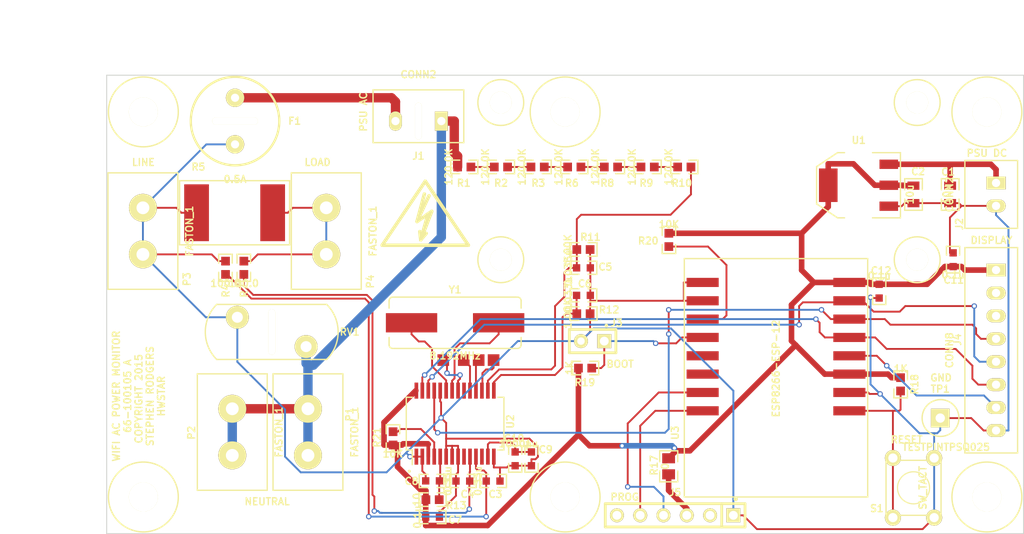
<source format=kicad_pcb>
(kicad_pcb (version 20171130) (host pcbnew "(5.1.12)-1")

  (general
    (thickness 1.6)
    (drawings 18)
    (tracks 423)
    (zones 0)
    (modules 62)
    (nets 36)
  )

  (page A4)
  (layers
    (0 F.Cu signal)
    (31 B.Cu signal)
    (32 B.Adhes user)
    (33 F.Adhes user)
    (34 B.Paste user)
    (35 F.Paste user)
    (36 B.SilkS user)
    (37 F.SilkS user)
    (38 B.Mask user)
    (39 F.Mask user)
    (40 Dwgs.User user)
    (41 Cmts.User user)
    (42 Eco1.User user)
    (43 Eco2.User user)
    (44 Edge.Cuts user)
    (45 Margin user)
    (46 B.CrtYd user)
    (47 F.CrtYd user)
    (48 B.Fab user)
    (49 F.Fab user)
  )

  (setup
    (last_trace_width 0.2032)
    (trace_clearance 0.2032)
    (zone_clearance 0.4064)
    (zone_45_only no)
    (trace_min 0.2032)
    (via_size 0.5842)
    (via_drill 0.3556)
    (via_min_size 0.5842)
    (via_min_drill 0.3)
    (uvia_size 0.3)
    (uvia_drill 0.1)
    (uvias_allowed no)
    (uvia_min_size 0)
    (uvia_min_drill 0)
    (edge_width 0.1)
    (segment_width 0.2)
    (pcb_text_width 0.3)
    (pcb_text_size 1.5 1.5)
    (mod_edge_width 0.15)
    (mod_text_size 1 1)
    (mod_text_width 0.15)
    (pad_size 2.4 2.4)
    (pad_drill 2.4)
    (pad_to_mask_clearance 0)
    (aux_axis_origin 114 121)
    (visible_elements 7FFFFFFF)
    (pcbplotparams
      (layerselection 0x010f0_80000001)
      (usegerberextensions true)
      (usegerberattributes true)
      (usegerberadvancedattributes true)
      (creategerberjobfile true)
      (excludeedgelayer true)
      (linewidth 0.152400)
      (plotframeref false)
      (viasonmask false)
      (mode 1)
      (useauxorigin false)
      (hpglpennumber 1)
      (hpglpenspeed 20)
      (hpglpendiameter 15.000000)
      (psnegative false)
      (psa4output false)
      (plotreference true)
      (plotvalue false)
      (plotinvisibletext false)
      (padsonsilk false)
      (subtractmaskfromsilk false)
      (outputformat 1)
      (mirror false)
      (drillshape 0)
      (scaleselection 1)
      (outputdirectory "/home/srodgers/projects/kicad/ac-power-monitor/66-100105/"))
  )

  (net 0 "")
  (net 1 GND)
  (net 2 +3.3V)
  (net 3 ISAMPLEN)
  (net 4 ISAMPLEP)
  (net 5 VSAMPLEP)
  (net 6 VSAMPLEN)
  (net 7 "Net-(C8-Pad1)")
  (net 8 "Net-(C10-Pad1)")
  (net 9 /Power/HOT)
  (net 10 /Power/NEUTRAL)
  (net 11 "Net-(J3-Pad1)")
  (net 12 SCLK)
  (net 13 SDO)
  (net 14 SDI)
  (net 15 "Net-(J5-Pad4)")
  (net 16 "Net-(J5-Pad5)")
  (net 17 /Power/LOAD)
  (net 18 "Net-(R1-Pad2)")
  (net 19 "Net-(R2-Pad2)")
  (net 20 "Net-(R3-Pad2)")
  (net 21 "Net-(R6-Pad2)")
  (net 22 "Net-(R8-Pad2)")
  (net 23 "Net-(R10-Pad1)")
  (net 24 "Net-(R18-Pad2)")
  (net 25 "Net-(R20-Pad2)")
  (net 26 "Net-(TP2-Pad1)")
  (net 27 "Net-(TP3-Pad1)")
  (net 28 "Net-(TP4-Pad1)")
  (net 29 "Net-(TP5-Pad1)")
  (net 30 "Net-(U2-Pad22)")
  (net 31 "Net-(U2-Pad23)")
  (net 32 /Power/+5V)
  (net 33 "Net-(R21-Pad2)")
  (net 34 /WIFI/GPIO16)
  (net 35 /WIFI/SPWR)

  (net_class Default "This is the default net class."
    (clearance 0.2032)
    (trace_width 0.2032)
    (via_dia 0.5842)
    (via_drill 0.3556)
    (uvia_dia 0.3)
    (uvia_drill 0.1)
    (add_net /Power/LOAD)
    (add_net /WIFI/GPIO16)
    (add_net GND)
    (add_net ISAMPLEN)
    (add_net ISAMPLEP)
    (add_net "Net-(C10-Pad1)")
    (add_net "Net-(C8-Pad1)")
    (add_net "Net-(J3-Pad1)")
    (add_net "Net-(J5-Pad4)")
    (add_net "Net-(J5-Pad5)")
    (add_net "Net-(R1-Pad2)")
    (add_net "Net-(R10-Pad1)")
    (add_net "Net-(R18-Pad2)")
    (add_net "Net-(R2-Pad2)")
    (add_net "Net-(R20-Pad2)")
    (add_net "Net-(R21-Pad2)")
    (add_net "Net-(R3-Pad2)")
    (add_net "Net-(R6-Pad2)")
    (add_net "Net-(R8-Pad2)")
    (add_net "Net-(TP2-Pad1)")
    (add_net "Net-(TP3-Pad1)")
    (add_net "Net-(TP4-Pad1)")
    (add_net "Net-(TP5-Pad1)")
    (add_net "Net-(U2-Pad22)")
    (add_net "Net-(U2-Pad23)")
    (add_net SCLK)
    (add_net SDI)
    (add_net SDO)
    (add_net VSAMPLEN)
    (add_net VSAMPLEP)
  )

  (net_class T024 ""
    (clearance 0.2032)
    (trace_width 0.6096)
    (via_dia 0.5842)
    (via_drill 0.3556)
    (uvia_dia 0.3)
    (uvia_drill 0.1)
    (add_net +3.3V)
    (add_net /Power/+5V)
    (add_net /WIFI/SPWR)
  )

  (net_class T040 ""
    (clearance 0.2032)
    (trace_width 1.016)
    (via_dia 0.5842)
    (via_drill 0.3556)
    (uvia_dia 0.3)
    (uvia_drill 0.1)
    (add_net /Power/HOT)
    (add_net /Power/NEUTRAL)
  )

  (module mods:CC0805 (layer F.Cu) (tedit 55CA788A) (tstamp 55C93B5D)
    (at 202 88 270)
    (path /55C7947A/55C8C11C)
    (attr smd)
    (fp_text reference C1 (at -2.4528 0.2224) (layer F.SilkS)
      (effects (font (size 0.762 0.762) (thickness 0.1524)))
    )
    (fp_text value 10u (at 0 0.381 270) (layer F.SilkS)
      (effects (font (size 0.762 0.762) (thickness 0.1524)))
    )
    (fp_line (start 1.729 0.962) (end 0.513 0.962) (layer F.SilkS) (width 0.1524))
    (fp_line (start 1.729 -0.962) (end 1.729 0.962) (layer F.SilkS) (width 0.1524))
    (fp_line (start 0.513 -0.962) (end 1.729 -0.962) (layer F.SilkS) (width 0.1524))
    (fp_line (start -1.719 -0.962) (end -0.503 -0.962) (layer F.SilkS) (width 0.1524))
    (fp_line (start -1.719 0.962) (end -1.719 -0.962) (layer F.SilkS) (width 0.1524))
    (fp_line (start -0.503 0.962) (end -1.719 0.962) (layer F.SilkS) (width 0.1524))
    (pad 1 smd rect (at -0.9525 0.01 270) (size 0.9 1.3) (layers F.Cu F.Paste F.Mask)
      (net 32 /Power/+5V))
    (pad 2 smd rect (at 0.9525 0.01 270) (size 0.9 1.3) (layers F.Cu F.Paste F.Mask)
      (net 1 GND))
    (model smd/chip_cms.wrl
      (at (xyz 0 0 0))
      (scale (xyz 0.1 0.1 0.1))
      (rotate (xyz 0 0 0))
    )
  )

  (module mods:CC0805 (layer F.Cu) (tedit 56020A28) (tstamp 55C93B69)
    (at 198 88 270)
    (path /55C7947A/55C8C0B1)
    (attr smd)
    (fp_text reference C2 (at -2.5 -0.5) (layer F.SilkS)
      (effects (font (size 0.762 0.762) (thickness 0.1524)))
    )
    (fp_text value 10u (at 0 0.381 270) (layer F.SilkS)
      (effects (font (size 0.762 0.762) (thickness 0.1524)))
    )
    (fp_line (start 1.729 0.962) (end 0.513 0.962) (layer F.SilkS) (width 0.1524))
    (fp_line (start 1.729 -0.962) (end 1.729 0.962) (layer F.SilkS) (width 0.1524))
    (fp_line (start 0.513 -0.962) (end 1.729 -0.962) (layer F.SilkS) (width 0.1524))
    (fp_line (start -1.719 -0.962) (end -0.503 -0.962) (layer F.SilkS) (width 0.1524))
    (fp_line (start -1.719 0.962) (end -1.719 -0.962) (layer F.SilkS) (width 0.1524))
    (fp_line (start -0.503 0.962) (end -1.719 0.962) (layer F.SilkS) (width 0.1524))
    (pad 1 smd rect (at -0.9525 0.01 270) (size 0.9 1.3) (layers F.Cu F.Paste F.Mask)
      (net 2 +3.3V))
    (pad 2 smd rect (at 0.9525 0.01 270) (size 0.9 1.3) (layers F.Cu F.Paste F.Mask)
      (net 1 GND))
    (model smd/chip_cms.wrl
      (at (xyz 0 0 0))
      (scale (xyz 0.1 0.1 0.1))
      (rotate (xyz 0 0 0))
    )
  )

  (module mods:CC0603 (layer F.Cu) (tedit 55CA7746) (tstamp 55C93B75)
    (at 152.146 119.253)
    (path /55C7947A/55C8E548)
    (attr smd)
    (fp_text reference C3 (at 0.254 1.4478 180) (layer F.SilkS)
      (effects (font (size 0.762 0.762) (thickness 0.1524)))
    )
    (fp_text value 0.33u (at -1.651 0 90) (layer F.SilkS)
      (effects (font (size 0.762 0.762) (thickness 0.1524)))
    )
    (fp_line (start -1.445 0.72024) (end -1.445 -0.72024) (layer F.SilkS) (width 0.1524))
    (fp_line (start 1.455 -0.72024) (end 1.455 0.72024) (layer F.SilkS) (width 0.1524))
    (fp_line (start -1.445 -0.72024) (end -0.49538 -0.72024) (layer F.SilkS) (width 0.1524))
    (fp_line (start 0.50538 -0.72024) (end 1.455 -0.72024) (layer F.SilkS) (width 0.1524))
    (fp_line (start -0.49538 0.72024) (end -1.445 0.72024) (layer F.SilkS) (width 0.1524))
    (fp_line (start 0.50538 0.72024) (end 1.455 0.72024) (layer F.SilkS) (width 0.1524))
    (pad 1 smd rect (at -0.75 0.01) (size 0.8 0.8) (layers F.Cu F.Paste F.Mask)
      (net 3 ISAMPLEN))
    (pad 2 smd rect (at 0.75 0.01) (size 0.8 0.8) (layers F.Cu F.Paste F.Mask)
      (net 1 GND))
    (model smd\capacitors\C0603.wrl
      (offset (xyz 0 0 0.02539999961853028))
      (scale (xyz 0.5 0.5 0.5))
      (rotate (xyz 0 0 0))
    )
  )

  (module mods:CC0603 (layer F.Cu) (tedit 55CA774B) (tstamp 55C93B81)
    (at 148.844 119.253)
    (path /55C7947A/55C8E666)
    (attr smd)
    (fp_text reference C4 (at 0.508 1.4478 180) (layer F.SilkS)
      (effects (font (size 0.762 0.762) (thickness 0.1524)))
    )
    (fp_text value 0.33u (at -1.651 0 90) (layer F.SilkS)
      (effects (font (size 0.762 0.762) (thickness 0.1524)))
    )
    (fp_line (start -1.445 0.72024) (end -1.445 -0.72024) (layer F.SilkS) (width 0.1524))
    (fp_line (start 1.455 -0.72024) (end 1.455 0.72024) (layer F.SilkS) (width 0.1524))
    (fp_line (start -1.445 -0.72024) (end -0.49538 -0.72024) (layer F.SilkS) (width 0.1524))
    (fp_line (start 0.50538 -0.72024) (end 1.455 -0.72024) (layer F.SilkS) (width 0.1524))
    (fp_line (start -0.49538 0.72024) (end -1.445 0.72024) (layer F.SilkS) (width 0.1524))
    (fp_line (start 0.50538 0.72024) (end 1.455 0.72024) (layer F.SilkS) (width 0.1524))
    (pad 1 smd rect (at -0.75 0.01) (size 0.8 0.8) (layers F.Cu F.Paste F.Mask)
      (net 1 GND))
    (pad 2 smd rect (at 0.75 0.01) (size 0.8 0.8) (layers F.Cu F.Paste F.Mask)
      (net 4 ISAMPLEP))
    (model smd\capacitors\C0603.wrl
      (offset (xyz 0 0 0.02539999961853028))
      (scale (xyz 0.5 0.5 0.5))
      (rotate (xyz 0 0 0))
    )
  )

  (module mods:CC0603 (layer F.Cu) (tedit 55CA77F1) (tstamp 55C93B8D)
    (at 162 96)
    (path /55C7947A/55C8DB91)
    (attr smd)
    (fp_text reference C5 (at 2.3888 -0.0896 180) (layer F.SilkS)
      (effects (font (size 0.762 0.762) (thickness 0.1524)))
    )
    (fp_text value 0.033u (at -1.651 0 90) (layer F.SilkS)
      (effects (font (size 0.762 0.762) (thickness 0.1524)))
    )
    (fp_line (start -1.445 0.72024) (end -1.445 -0.72024) (layer F.SilkS) (width 0.1524))
    (fp_line (start 1.455 -0.72024) (end 1.455 0.72024) (layer F.SilkS) (width 0.1524))
    (fp_line (start -1.445 -0.72024) (end -0.49538 -0.72024) (layer F.SilkS) (width 0.1524))
    (fp_line (start 0.50538 -0.72024) (end 1.455 -0.72024) (layer F.SilkS) (width 0.1524))
    (fp_line (start -0.49538 0.72024) (end -1.445 0.72024) (layer F.SilkS) (width 0.1524))
    (fp_line (start 0.50538 0.72024) (end 1.455 0.72024) (layer F.SilkS) (width 0.1524))
    (pad 1 smd rect (at -0.75 0.01) (size 0.8 0.8) (layers F.Cu F.Paste F.Mask)
      (net 5 VSAMPLEP))
    (pad 2 smd rect (at 0.75 0.01) (size 0.8 0.8) (layers F.Cu F.Paste F.Mask)
      (net 1 GND))
    (model smd\capacitors\C0603.wrl
      (offset (xyz 0 0 0.02539999961853028))
      (scale (xyz 0.5 0.5 0.5))
      (rotate (xyz 0 0 0))
    )
  )

  (module mods:CC0603 (layer F.Cu) (tedit 55CA77E9) (tstamp 55C93B99)
    (at 162 99)
    (path /55C7947A/55C8DDED)
    (attr smd)
    (fp_text reference C6 (at 0.1536 -1.2608 180) (layer F.SilkS)
      (effects (font (size 0.762 0.762) (thickness 0.1524)))
    )
    (fp_text value 0.033u (at -1.651 0 90) (layer F.SilkS)
      (effects (font (size 0.762 0.762) (thickness 0.1524)))
    )
    (fp_line (start -1.445 0.72024) (end -1.445 -0.72024) (layer F.SilkS) (width 0.1524))
    (fp_line (start 1.455 -0.72024) (end 1.455 0.72024) (layer F.SilkS) (width 0.1524))
    (fp_line (start -1.445 -0.72024) (end -0.49538 -0.72024) (layer F.SilkS) (width 0.1524))
    (fp_line (start 0.50538 -0.72024) (end 1.455 -0.72024) (layer F.SilkS) (width 0.1524))
    (fp_line (start -0.49538 0.72024) (end -1.445 0.72024) (layer F.SilkS) (width 0.1524))
    (fp_line (start 0.50538 0.72024) (end 1.455 0.72024) (layer F.SilkS) (width 0.1524))
    (pad 1 smd rect (at -0.75 0.01) (size 0.8 0.8) (layers F.Cu F.Paste F.Mask)
      (net 6 VSAMPLEN))
    (pad 2 smd rect (at 0.75 0.01) (size 0.8 0.8) (layers F.Cu F.Paste F.Mask)
      (net 1 GND))
    (model smd\capacitors\C0603.wrl
      (offset (xyz 0 0 0.02539999961853028))
      (scale (xyz 0.5 0.5 0.5))
      (rotate (xyz 0 0 0))
    )
  )

  (module mods:CC0603 (layer F.Cu) (tedit 55CA76D4) (tstamp 55C93BA5)
    (at 145.542 123.19)
    (path /55C7E0D9/55C7EA30)
    (attr smd)
    (fp_text reference C7 (at 2.458 0.31) (layer F.SilkS)
      (effects (font (size 0.762 0.762) (thickness 0.1524)))
    )
    (fp_text value 0.1u (at -1.651 0 90) (layer F.SilkS)
      (effects (font (size 0.762 0.762) (thickness 0.1524)))
    )
    (fp_line (start -1.445 0.72024) (end -1.445 -0.72024) (layer F.SilkS) (width 0.1524))
    (fp_line (start 1.455 -0.72024) (end 1.455 0.72024) (layer F.SilkS) (width 0.1524))
    (fp_line (start -1.445 -0.72024) (end -0.49538 -0.72024) (layer F.SilkS) (width 0.1524))
    (fp_line (start 0.50538 -0.72024) (end 1.455 -0.72024) (layer F.SilkS) (width 0.1524))
    (fp_line (start -0.49538 0.72024) (end -1.445 0.72024) (layer F.SilkS) (width 0.1524))
    (fp_line (start 0.50538 0.72024) (end 1.455 0.72024) (layer F.SilkS) (width 0.1524))
    (pad 1 smd rect (at -0.75 0.01) (size 0.8 0.8) (layers F.Cu F.Paste F.Mask)
      (net 2 +3.3V))
    (pad 2 smd rect (at 0.75 0.01) (size 0.8 0.8) (layers F.Cu F.Paste F.Mask)
      (net 1 GND))
    (model smd\capacitors\C0603.wrl
      (offset (xyz 0 0 0.02539999961853028))
      (scale (xyz 0.5 0.5 0.5))
      (rotate (xyz 0 0 0))
    )
  )

  (module mods:CC0603 (layer F.Cu) (tedit 0) (tstamp 55C93BB1)
    (at 145.542 119.253 180)
    (path /55C7E0D9/55C7EBB7)
    (attr smd)
    (fp_text reference C8 (at 2.286 -0.0254) (layer F.SilkS)
      (effects (font (size 0.762 0.762) (thickness 0.1524)))
    )
    (fp_text value 0.1u (at -1.651 0 270) (layer F.SilkS)
      (effects (font (size 0.762 0.762) (thickness 0.1524)))
    )
    (fp_line (start -1.445 0.72024) (end -1.445 -0.72024) (layer F.SilkS) (width 0.1524))
    (fp_line (start 1.455 -0.72024) (end 1.455 0.72024) (layer F.SilkS) (width 0.1524))
    (fp_line (start -1.445 -0.72024) (end -0.49538 -0.72024) (layer F.SilkS) (width 0.1524))
    (fp_line (start 0.50538 -0.72024) (end 1.455 -0.72024) (layer F.SilkS) (width 0.1524))
    (fp_line (start -0.49538 0.72024) (end -1.445 0.72024) (layer F.SilkS) (width 0.1524))
    (fp_line (start 0.50538 0.72024) (end 1.455 0.72024) (layer F.SilkS) (width 0.1524))
    (pad 1 smd rect (at -0.75 0.01 180) (size 0.8 0.8) (layers F.Cu F.Paste F.Mask)
      (net 7 "Net-(C8-Pad1)"))
    (pad 2 smd rect (at 0.75 0.01 180) (size 0.8 0.8) (layers F.Cu F.Paste F.Mask)
      (net 1 GND))
    (model smd\capacitors\C0603.wrl
      (offset (xyz 0 0 0.02539999961853028))
      (scale (xyz 0.5 0.5 0.5))
      (rotate (xyz 0 0 0))
    )
  )

  (module mods:CC0603 (layer F.Cu) (tedit 55CA777E) (tstamp 55C93BBD)
    (at 156.337 116.84 270)
    (path /55C7E0D9/55C809E2)
    (attr smd)
    (fp_text reference C9 (at -1.016 -1.5494) (layer F.SilkS)
      (effects (font (size 0.762 0.762) (thickness 0.1524)))
    )
    (fp_text value 1u (at -1.651 0) (layer F.SilkS)
      (effects (font (size 0.762 0.762) (thickness 0.1524)))
    )
    (fp_line (start -1.445 0.72024) (end -1.445 -0.72024) (layer F.SilkS) (width 0.1524))
    (fp_line (start 1.455 -0.72024) (end 1.455 0.72024) (layer F.SilkS) (width 0.1524))
    (fp_line (start -1.445 -0.72024) (end -0.49538 -0.72024) (layer F.SilkS) (width 0.1524))
    (fp_line (start 0.50538 -0.72024) (end 1.455 -0.72024) (layer F.SilkS) (width 0.1524))
    (fp_line (start -0.49538 0.72024) (end -1.445 0.72024) (layer F.SilkS) (width 0.1524))
    (fp_line (start 0.50538 0.72024) (end 1.455 0.72024) (layer F.SilkS) (width 0.1524))
    (pad 1 smd rect (at -0.75 0.01 270) (size 0.8 0.8) (layers F.Cu F.Paste F.Mask)
      (net 8 "Net-(C10-Pad1)"))
    (pad 2 smd rect (at 0.75 0.01 270) (size 0.8 0.8) (layers F.Cu F.Paste F.Mask)
      (net 1 GND))
    (model smd\capacitors\C0603.wrl
      (offset (xyz 0 0 0.02539999961853028))
      (scale (xyz 0.5 0.5 0.5))
      (rotate (xyz 0 0 0))
    )
  )

  (module mods:CC0603 (layer F.Cu) (tedit 55CA7778) (tstamp 55C93BC9)
    (at 154.559 116.84 270)
    (path /55C7E0D9/55C7EF35)
    (attr smd)
    (fp_text reference C10 (at -2.2352 0.127) (layer F.SilkS)
      (effects (font (size 0.762 0.762) (thickness 0.1524)))
    )
    (fp_text value 1000p (at -1.651 0) (layer F.SilkS)
      (effects (font (size 0.762 0.762) (thickness 0.1524)))
    )
    (fp_line (start -1.445 0.72024) (end -1.445 -0.72024) (layer F.SilkS) (width 0.1524))
    (fp_line (start 1.455 -0.72024) (end 1.455 0.72024) (layer F.SilkS) (width 0.1524))
    (fp_line (start -1.445 -0.72024) (end -0.49538 -0.72024) (layer F.SilkS) (width 0.1524))
    (fp_line (start 0.50538 -0.72024) (end 1.455 -0.72024) (layer F.SilkS) (width 0.1524))
    (fp_line (start -0.49538 0.72024) (end -1.445 0.72024) (layer F.SilkS) (width 0.1524))
    (fp_line (start 0.50538 0.72024) (end 1.455 0.72024) (layer F.SilkS) (width 0.1524))
    (pad 1 smd rect (at -0.75 0.01 270) (size 0.8 0.8) (layers F.Cu F.Paste F.Mask)
      (net 8 "Net-(C10-Pad1)"))
    (pad 2 smd rect (at 0.75 0.01 270) (size 0.8 0.8) (layers F.Cu F.Paste F.Mask)
      (net 1 GND))
    (model smd\capacitors\C0603.wrl
      (offset (xyz 0 0 0.02539999961853028))
      (scale (xyz 0.5 0.5 0.5))
      (rotate (xyz 0 0 0))
    )
  )

  (module mods:CC0603 (layer F.Cu) (tedit 55CAB457) (tstamp 55C93BD5)
    (at 202.311 95.123 90)
    (path /55C8F02A/55C8F383)
    (attr smd)
    (fp_text reference C11 (at -2.2098 0.0762 180) (layer F.SilkS)
      (effects (font (size 0.762 0.762) (thickness 0.1524)))
    )
    (fp_text value 0.1u (at -1.651 0 180) (layer F.SilkS)
      (effects (font (size 0.762 0.762) (thickness 0.1524)))
    )
    (fp_line (start -1.445 0.72024) (end -1.445 -0.72024) (layer F.SilkS) (width 0.1524))
    (fp_line (start 1.455 -0.72024) (end 1.455 0.72024) (layer F.SilkS) (width 0.1524))
    (fp_line (start -1.445 -0.72024) (end -0.49538 -0.72024) (layer F.SilkS) (width 0.1524))
    (fp_line (start 0.50538 -0.72024) (end 1.455 -0.72024) (layer F.SilkS) (width 0.1524))
    (fp_line (start -0.49538 0.72024) (end -1.445 0.72024) (layer F.SilkS) (width 0.1524))
    (fp_line (start 0.50538 0.72024) (end 1.455 0.72024) (layer F.SilkS) (width 0.1524))
    (pad 1 smd rect (at -0.75 0.01 90) (size 0.8 0.8) (layers F.Cu F.Paste F.Mask)
      (net 2 +3.3V))
    (pad 2 smd rect (at 0.75 0.01 90) (size 0.8 0.8) (layers F.Cu F.Paste F.Mask)
      (net 1 GND))
    (model smd\capacitors\C0603.wrl
      (offset (xyz 0 0 0.02539999961853028))
      (scale (xyz 0.5 0.5 0.5))
      (rotate (xyz 0 0 0))
    )
  )

  (module mods:CC0603 (layer F.Cu) (tedit 55CA78A1) (tstamp 55C93BE1)
    (at 194.259 98.552 270)
    (path /55C8F02A/55C8F5A5)
    (attr smd)
    (fp_text reference C12 (at -2.2352 -0.2032) (layer F.SilkS)
      (effects (font (size 0.762 0.762) (thickness 0.1524)))
    )
    (fp_text value 0.1u (at -1.651 0) (layer F.SilkS)
      (effects (font (size 0.762 0.762) (thickness 0.1524)))
    )
    (fp_line (start -1.445 0.72024) (end -1.445 -0.72024) (layer F.SilkS) (width 0.1524))
    (fp_line (start 1.455 -0.72024) (end 1.455 0.72024) (layer F.SilkS) (width 0.1524))
    (fp_line (start -1.445 -0.72024) (end -0.49538 -0.72024) (layer F.SilkS) (width 0.1524))
    (fp_line (start 0.50538 -0.72024) (end 1.455 -0.72024) (layer F.SilkS) (width 0.1524))
    (fp_line (start -0.49538 0.72024) (end -1.445 0.72024) (layer F.SilkS) (width 0.1524))
    (fp_line (start 0.50538 0.72024) (end 1.455 0.72024) (layer F.SilkS) (width 0.1524))
    (pad 1 smd rect (at -0.75 0.01 270) (size 0.8 0.8) (layers F.Cu F.Paste F.Mask)
      (net 2 +3.3V))
    (pad 2 smd rect (at 0.75 0.01 270) (size 0.8 0.8) (layers F.Cu F.Paste F.Mask)
      (net 1 GND))
    (model smd\capacitors\C0603.wrl
      (offset (xyz 0 0 0.02539999961853028))
      (scale (xyz 0.5 0.5 0.5))
      (rotate (xyz 0 0 0))
    )
  )

  (module mods:JST_B2B_XH_A (layer F.Cu) (tedit 55CA7895) (tstamp 55C93BFC)
    (at 207 88 270)
    (path /55C7947A/55C8C1A8)
    (fp_text reference J2 (at 3.2368 4.0032 270) (layer F.SilkS)
      (effects (font (size 0.762 0.762) (thickness 0.1524)))
    )
    (fp_text value CONN2 (at 0 5.08 270) (layer F.SilkS)
      (effects (font (size 0.762 0.762) (thickness 0.1524)))
    )
    (fp_line (start -3.7 3.4) (end -3.7 -2.35) (layer F.SilkS) (width 0.15))
    (fp_line (start 3.7 3.4) (end -3.7 3.4) (layer F.SilkS) (width 0.15))
    (fp_line (start 3.7 -2.35) (end 3.7 3.4) (layer F.SilkS) (width 0.15))
    (fp_line (start -3.7 -2.35) (end 3.7 -2.35) (layer F.SilkS) (width 0.15))
    (pad 1 thru_hole rect (at -1.25 0 270) (size 1.4 2.1) (drill 0.9) (layers *.Cu *.Mask F.SilkS)
      (net 32 /Power/+5V))
    (pad 2 thru_hole oval (at 1.25 0 270) (size 1.4 2.1) (drill 0.9) (layers *.Cu *.Mask F.SilkS)
      (net 1 GND))
  )

  (module mods:BERG2 (layer F.Cu) (tedit 55CA77D9) (tstamp 55C93C07)
    (at 163 104 180)
    (descr "Connecteurs 2 pins")
    (tags "CONN DEV")
    (path /55C8F02A/55C8F7E0)
    (fp_text reference J3 (at -2.608 1.9936 180) (layer F.SilkS)
      (effects (font (size 0.762 0.762) (thickness 0.1524)))
    )
    (fp_text value CONN2 (at 0 -2.54 180) (layer F.SilkS) hide
      (effects (font (size 0.762 0.762) (thickness 0.1524)))
    )
    (fp_line (start 2.54 1.27) (end -2.54 1.27) (layer F.SilkS) (width 0.3048))
    (fp_line (start 2.54 -1.27) (end 2.54 1.27) (layer F.SilkS) (width 0.3048))
    (fp_line (start -2.54 -1.27) (end 2.54 -1.27) (layer F.SilkS) (width 0.3048))
    (fp_line (start -2.54 1.27) (end -2.54 -1.27) (layer F.SilkS) (width 0.3048))
    (fp_circle (center -1.5 1.7) (end -1.4 1.7) (layer F.SilkS) (width 0.2))
    (pad 1 thru_hole rect (at -1.27 0 180) (size 1.524 1.524) (drill 0.9652) (layers *.Cu *.Mask F.SilkS)
      (net 11 "Net-(J3-Pad1)"))
    (pad 2 thru_hole circle (at 1.27 0 180) (size 1.524 1.524) (drill 0.8128) (layers *.Cu *.Mask F.SilkS)
      (net 1 GND))
  )

  (module mods:JST_B8B_XH_A (layer F.Cu) (tedit 55CA78B2) (tstamp 55C93C18)
    (at 207 105 270)
    (path /55C8F02A/55C8F2D4)
    (fp_text reference J4 (at -1.1648 4.2064 270) (layer F.SilkS)
      (effects (font (size 0.762 0.762) (thickness 0.1524)))
    )
    (fp_text value CONN8 (at 0 5.08 270) (layer F.SilkS)
      (effects (font (size 0.762 0.762) (thickness 0.1524)))
    )
    (fp_line (start -11.2 3.4) (end -11.2 -2.35) (layer F.SilkS) (width 0.15))
    (fp_line (start -4.9 3.4) (end -4.95 3.4) (layer F.SilkS) (width 0.15))
    (fp_line (start 11.2 3.4) (end -11.2 3.4) (layer F.SilkS) (width 0.15))
    (fp_line (start 11.2 -2.35) (end 11.2 3.4) (layer F.SilkS) (width 0.15))
    (fp_line (start -11.2 -2.35) (end 11.2 -2.35) (layer F.SilkS) (width 0.15))
    (pad 2 thru_hole oval (at -6.25 0 270) (size 1.4 2.1) (drill 0.9) (layers *.Cu *.Mask F.SilkS))
    (pad 3 thru_hole oval (at -3.75 0 270) (size 1.4 2.1) (drill 0.9) (layers *.Cu *.Mask F.SilkS))
    (pad 1 thru_hole rect (at -8.75 0 270) (size 1.4 2.1) (drill 0.9) (layers *.Cu *.Mask F.SilkS)
      (net 2 +3.3V))
    (pad 4 thru_hole oval (at -1.25 0 270) (size 1.4 2.1) (drill 0.9) (layers *.Cu *.Mask F.SilkS)
      (net 12 SCLK))
    (pad 5 thru_hole oval (at 1.25 0 270) (size 1.4 2.1) (drill 0.9) (layers *.Cu *.Mask F.SilkS)
      (net 13 SDO))
    (pad 6 thru_hole oval (at 3.75 0 270) (size 1.4 2.1) (drill 0.9) (layers *.Cu *.Mask F.SilkS)
      (net 14 SDI))
    (pad 7 thru_hole oval (at 6.25 0 270) (size 1.4 2.1) (drill 0.9) (layers *.Cu *.Mask F.SilkS)
      (net 34 /WIFI/GPIO16))
    (pad 8 thru_hole oval (at 8.75 0 270) (size 1.4 2.1) (drill 0.9) (layers *.Cu *.Mask F.SilkS)
      (net 1 GND))
  )

  (module mods:BERG6 (layer F.Cu) (tedit 55CA762D) (tstamp 55C93C28)
    (at 172 123 180)
    (descr "Connector SIP 6 pin")
    (tags "CONN DEV")
    (path /55C8F02A/55C8FFAA)
    (fp_text reference J5 (at 0 2.5 180) (layer F.SilkS)
      (effects (font (size 0.762 0.762) (thickness 0.1524)))
    )
    (fp_text value CONN6 (at 0 2.54 180) (layer F.SilkS) hide
      (effects (font (size 0.762 0.762) (thickness 0.1524)))
    )
    (fp_line (start -5.08 1.27) (end -5.08 -1.27) (layer F.SilkS) (width 0.3048))
    (fp_line (start 7.62 1.27) (end -7.62 1.27) (layer F.SilkS) (width 0.3048))
    (fp_line (start 7.62 -1.27) (end 7.62 1.27) (layer F.SilkS) (width 0.3048))
    (fp_line (start -7.62 -1.27) (end 7.62 -1.27) (layer F.SilkS) (width 0.3048))
    (fp_line (start -7.62 1.27) (end -7.62 -1.27) (layer F.SilkS) (width 0.3048))
    (fp_circle (center -6.604 1.778) (end -6.604 1.905) (layer F.SilkS) (width 0.2286))
    (pad 1 thru_hole rect (at -6.35 0 180) (size 1.524 1.524) (drill 0.9652) (layers *.Cu *.Mask F.SilkS)
      (net 1 GND))
    (pad 2 thru_hole circle (at -3.81 0 180) (size 1.524 1.524) (drill 0.9652) (layers *.Cu *.Mask F.SilkS))
    (pad 3 thru_hole circle (at -1.27 0 180) (size 1.524 1.524) (drill 0.9652) (layers *.Cu *.Mask F.SilkS)
      (net 35 /WIFI/SPWR))
    (pad 4 thru_hole circle (at 1.27 0 180) (size 1.524 1.524) (drill 0.9652) (layers *.Cu *.Mask F.SilkS)
      (net 15 "Net-(J5-Pad4)"))
    (pad 5 thru_hole circle (at 3.81 0 180) (size 1.524 1.524) (drill 0.9652) (layers *.Cu *.Mask F.SilkS)
      (net 16 "Net-(J5-Pad5)"))
    (pad 6 thru_hole circle (at 6.35 0 180) (size 1.524 1.524) (drill 0.9652) (layers *.Cu *.Mask F.SilkS))
  )

  (module mods:RC0603 (layer F.Cu) (tedit 55CA7824) (tstamp 55C93C5C)
    (at 149 85)
    (path /55C7947A/55C8D199)
    (attr smd)
    (fp_text reference R1 (at -0.0544 1.7664 180) (layer F.SilkS)
      (effects (font (size 0.762 0.762) (thickness 0.1524)))
    )
    (fp_text value 120.0K (at -1.69926 0 90) (layer F.SilkS)
      (effects (font (size 0.762 0.762) (thickness 0.1524)))
    )
    (fp_line (start 1.48 0.7385) (end 0.50538 0.7385) (layer F.SilkS) (width 0.1524))
    (fp_line (start 1.48 -0.7385) (end 1.48 0.7385) (layer F.SilkS) (width 0.1524))
    (fp_line (start 1.48 -0.7385) (end 0.50538 -0.7385) (layer F.SilkS) (width 0.1524))
    (fp_line (start -1.48 0.7385) (end -0.49538 0.7385) (layer F.SilkS) (width 0.1524))
    (fp_line (start -1.48 -0.7385) (end -1.48 0.7385) (layer F.SilkS) (width 0.1524))
    (fp_line (start -0.49538 -0.7385) (end -1.48 -0.7385) (layer F.SilkS) (width 0.1524))
    (pad 1 smd rect (at -0.725 0.01) (size 0.95 0.95) (layers F.Cu F.Paste F.Mask)
      (net 10 /Power/NEUTRAL))
    (pad 2 smd rect (at 0.725 0.01) (size 0.95 0.95) (layers F.Cu F.Paste F.Mask)
      (net 18 "Net-(R1-Pad2)"))
    (model smd\resistors\R0603.wrl
      (offset (xyz 0 0 0.02539999961853028))
      (scale (xyz 0.5 0.5 0.5))
      (rotate (xyz 0 0 0))
    )
  )

  (module mods:RC0603 (layer F.Cu) (tedit 55CA782C) (tstamp 55C93C68)
    (at 153 85)
    (path /55C7947A/55C90DA7)
    (attr smd)
    (fp_text reference R2 (at 0.0096 1.7664 180) (layer F.SilkS)
      (effects (font (size 0.762 0.762) (thickness 0.1524)))
    )
    (fp_text value 120.0K (at -1.69926 0 90) (layer F.SilkS)
      (effects (font (size 0.762 0.762) (thickness 0.1524)))
    )
    (fp_line (start 1.48 0.7385) (end 0.50538 0.7385) (layer F.SilkS) (width 0.1524))
    (fp_line (start 1.48 -0.7385) (end 1.48 0.7385) (layer F.SilkS) (width 0.1524))
    (fp_line (start 1.48 -0.7385) (end 0.50538 -0.7385) (layer F.SilkS) (width 0.1524))
    (fp_line (start -1.48 0.7385) (end -0.49538 0.7385) (layer F.SilkS) (width 0.1524))
    (fp_line (start -1.48 -0.7385) (end -1.48 0.7385) (layer F.SilkS) (width 0.1524))
    (fp_line (start -0.49538 -0.7385) (end -1.48 -0.7385) (layer F.SilkS) (width 0.1524))
    (pad 1 smd rect (at -0.725 0.01) (size 0.95 0.95) (layers F.Cu F.Paste F.Mask)
      (net 18 "Net-(R1-Pad2)"))
    (pad 2 smd rect (at 0.725 0.01) (size 0.95 0.95) (layers F.Cu F.Paste F.Mask)
      (net 19 "Net-(R2-Pad2)"))
    (model smd\resistors\R0603.wrl
      (offset (xyz 0 0 0.02539999961853028))
      (scale (xyz 0.5 0.5 0.5))
      (rotate (xyz 0 0 0))
    )
  )

  (module mods:RC0603 (layer F.Cu) (tedit 55CA7833) (tstamp 55C93C74)
    (at 157 85)
    (path /55C7947A/55C90EB1)
    (attr smd)
    (fp_text reference R3 (at 0.0736 1.7664 180) (layer F.SilkS)
      (effects (font (size 0.762 0.762) (thickness 0.1524)))
    )
    (fp_text value 120.0K (at -1.69926 0 90) (layer F.SilkS)
      (effects (font (size 0.762 0.762) (thickness 0.1524)))
    )
    (fp_line (start 1.48 0.7385) (end 0.50538 0.7385) (layer F.SilkS) (width 0.1524))
    (fp_line (start 1.48 -0.7385) (end 1.48 0.7385) (layer F.SilkS) (width 0.1524))
    (fp_line (start 1.48 -0.7385) (end 0.50538 -0.7385) (layer F.SilkS) (width 0.1524))
    (fp_line (start -1.48 0.7385) (end -0.49538 0.7385) (layer F.SilkS) (width 0.1524))
    (fp_line (start -1.48 -0.7385) (end -1.48 0.7385) (layer F.SilkS) (width 0.1524))
    (fp_line (start -0.49538 -0.7385) (end -1.48 -0.7385) (layer F.SilkS) (width 0.1524))
    (pad 1 smd rect (at -0.725 0.01) (size 0.95 0.95) (layers F.Cu F.Paste F.Mask)
      (net 19 "Net-(R2-Pad2)"))
    (pad 2 smd rect (at 0.725 0.01) (size 0.95 0.95) (layers F.Cu F.Paste F.Mask)
      (net 20 "Net-(R3-Pad2)"))
    (model smd\resistors\R0603.wrl
      (offset (xyz 0 0 0.02539999961853028))
      (scale (xyz 0.5 0.5 0.5))
      (rotate (xyz 0 0 0))
    )
  )

  (module mods:RC0603 (layer F.Cu) (tedit 55CA7663) (tstamp 55C93C80)
    (at 122.952 96 90)
    (path /55C7947A/55C8E239)
    (attr smd)
    (fp_text reference R4 (at -2.5 0.048 270) (layer F.SilkS)
      (effects (font (size 0.762 0.762) (thickness 0.1524)))
    )
    (fp_text value 100.0 (at -1.69926 0 180) (layer F.SilkS)
      (effects (font (size 0.762 0.762) (thickness 0.1524)))
    )
    (fp_line (start 1.48 0.7385) (end 0.50538 0.7385) (layer F.SilkS) (width 0.1524))
    (fp_line (start 1.48 -0.7385) (end 1.48 0.7385) (layer F.SilkS) (width 0.1524))
    (fp_line (start 1.48 -0.7385) (end 0.50538 -0.7385) (layer F.SilkS) (width 0.1524))
    (fp_line (start -1.48 0.7385) (end -0.49538 0.7385) (layer F.SilkS) (width 0.1524))
    (fp_line (start -1.48 -0.7385) (end -1.48 0.7385) (layer F.SilkS) (width 0.1524))
    (fp_line (start -0.49538 -0.7385) (end -1.48 -0.7385) (layer F.SilkS) (width 0.1524))
    (pad 1 smd rect (at -0.725 0.01 90) (size 0.95 0.95) (layers F.Cu F.Paste F.Mask)
      (net 3 ISAMPLEN))
    (pad 2 smd rect (at 0.725 0.01 90) (size 0.95 0.95) (layers F.Cu F.Paste F.Mask)
      (net 1 GND))
    (model smd\resistors\R0603.wrl
      (offset (xyz 0 0 0.02539999961853028))
      (scale (xyz 0.5 0.5 0.5))
      (rotate (xyz 0 0 0))
    )
  )

  (module mods:WSL3921 (layer F.Cu) (tedit 55CA7650) (tstamp 55C93C8A)
    (at 123.952 90)
    (path /55C7947A/55C93A08)
    (fp_text reference R5 (at -3.952 -5) (layer F.SilkS)
      (effects (font (size 0.762 0.762) (thickness 0.1524)))
    )
    (fp_text value 0.001 (at 0 -4.5) (layer F.Fab)
      (effects (font (size 0.762 0.762) (thickness 0.1524)))
    )
    (fp_line (start 6 -3.5) (end -6 -3.5) (layer F.SilkS) (width 0.1524))
    (fp_line (start 6 3.5) (end 6 -3.5) (layer F.SilkS) (width 0.1524))
    (fp_line (start -6 3.5) (end 6 3.5) (layer F.SilkS) (width 0.1524))
    (fp_line (start -6 -3.5) (end -6 3.5) (layer F.SilkS) (width 0.1524))
    (pad 1 smd rect (at -4.15 0) (size 2.7 6.2) (layers F.Cu F.Paste F.Mask)
      (net 1 GND))
    (pad 2 smd rect (at 4.15 0) (size 2.7 6.2) (layers F.Cu F.Paste F.Mask)
      (net 17 /Power/LOAD))
  )

  (module mods:RC0603 (layer F.Cu) (tedit 55CA783A) (tstamp 55C93C96)
    (at 161 85)
    (path /55C7947A/55C90F27)
    (attr smd)
    (fp_text reference R6 (at -0.2688 1.7664 180) (layer F.SilkS)
      (effects (font (size 0.762 0.762) (thickness 0.1524)))
    )
    (fp_text value 120.0K (at -1.69926 0 90) (layer F.SilkS)
      (effects (font (size 0.762 0.762) (thickness 0.1524)))
    )
    (fp_line (start 1.48 0.7385) (end 0.50538 0.7385) (layer F.SilkS) (width 0.1524))
    (fp_line (start 1.48 -0.7385) (end 1.48 0.7385) (layer F.SilkS) (width 0.1524))
    (fp_line (start 1.48 -0.7385) (end 0.50538 -0.7385) (layer F.SilkS) (width 0.1524))
    (fp_line (start -1.48 0.7385) (end -0.49538 0.7385) (layer F.SilkS) (width 0.1524))
    (fp_line (start -1.48 -0.7385) (end -1.48 0.7385) (layer F.SilkS) (width 0.1524))
    (fp_line (start -0.49538 -0.7385) (end -1.48 -0.7385) (layer F.SilkS) (width 0.1524))
    (pad 1 smd rect (at -0.725 0.01) (size 0.95 0.95) (layers F.Cu F.Paste F.Mask)
      (net 20 "Net-(R3-Pad2)"))
    (pad 2 smd rect (at 0.725 0.01) (size 0.95 0.95) (layers F.Cu F.Paste F.Mask)
      (net 21 "Net-(R6-Pad2)"))
    (model smd\resistors\R0603.wrl
      (offset (xyz 0 0 0.02539999961853028))
      (scale (xyz 0.5 0.5 0.5))
      (rotate (xyz 0 0 0))
    )
  )

  (module mods:RC0603 (layer F.Cu) (tedit 55CA766E) (tstamp 55C93CA2)
    (at 124.952 96 90)
    (path /55C7947A/55C8E322)
    (attr smd)
    (fp_text reference R7 (at -2.5 0.048 270) (layer F.SilkS)
      (effects (font (size 0.762 0.762) (thickness 0.1524)))
    )
    (fp_text value 100.0 (at -1.69926 0 180) (layer F.SilkS)
      (effects (font (size 0.762 0.762) (thickness 0.1524)))
    )
    (fp_line (start 1.48 0.7385) (end 0.50538 0.7385) (layer F.SilkS) (width 0.1524))
    (fp_line (start 1.48 -0.7385) (end 1.48 0.7385) (layer F.SilkS) (width 0.1524))
    (fp_line (start 1.48 -0.7385) (end 0.50538 -0.7385) (layer F.SilkS) (width 0.1524))
    (fp_line (start -1.48 0.7385) (end -0.49538 0.7385) (layer F.SilkS) (width 0.1524))
    (fp_line (start -1.48 -0.7385) (end -1.48 0.7385) (layer F.SilkS) (width 0.1524))
    (fp_line (start -0.49538 -0.7385) (end -1.48 -0.7385) (layer F.SilkS) (width 0.1524))
    (pad 1 smd rect (at -0.725 0.01 90) (size 0.95 0.95) (layers F.Cu F.Paste F.Mask)
      (net 4 ISAMPLEP))
    (pad 2 smd rect (at 0.725 0.01 90) (size 0.95 0.95) (layers F.Cu F.Paste F.Mask)
      (net 17 /Power/LOAD))
    (model smd\resistors\R0603.wrl
      (offset (xyz 0 0 0.02539999961853028))
      (scale (xyz 0.5 0.5 0.5))
      (rotate (xyz 0 0 0))
    )
  )

  (module mods:RC0603 (layer F.Cu) (tedit 55CA7841) (tstamp 55C93CAE)
    (at 165 85)
    (path /55C7947A/55C90F81)
    (attr smd)
    (fp_text reference R8 (at -0.408 1.7664 180) (layer F.SilkS)
      (effects (font (size 0.762 0.762) (thickness 0.1524)))
    )
    (fp_text value 120.0K (at -1.69926 0 90) (layer F.SilkS)
      (effects (font (size 0.762 0.762) (thickness 0.1524)))
    )
    (fp_line (start 1.48 0.7385) (end 0.50538 0.7385) (layer F.SilkS) (width 0.1524))
    (fp_line (start 1.48 -0.7385) (end 1.48 0.7385) (layer F.SilkS) (width 0.1524))
    (fp_line (start 1.48 -0.7385) (end 0.50538 -0.7385) (layer F.SilkS) (width 0.1524))
    (fp_line (start -1.48 0.7385) (end -0.49538 0.7385) (layer F.SilkS) (width 0.1524))
    (fp_line (start -1.48 -0.7385) (end -1.48 0.7385) (layer F.SilkS) (width 0.1524))
    (fp_line (start -0.49538 -0.7385) (end -1.48 -0.7385) (layer F.SilkS) (width 0.1524))
    (pad 1 smd rect (at -0.725 0.01) (size 0.95 0.95) (layers F.Cu F.Paste F.Mask)
      (net 21 "Net-(R6-Pad2)"))
    (pad 2 smd rect (at 0.725 0.01) (size 0.95 0.95) (layers F.Cu F.Paste F.Mask)
      (net 22 "Net-(R8-Pad2)"))
    (model smd\resistors\R0603.wrl
      (offset (xyz 0 0 0.02539999961853028))
      (scale (xyz 0.5 0.5 0.5))
      (rotate (xyz 0 0 0))
    )
  )

  (module mods:RC0603 (layer F.Cu) (tedit 55CA7849) (tstamp 55C93CBA)
    (at 169 85)
    (path /55C7947A/55C90FEB)
    (attr smd)
    (fp_text reference R9 (at -0.1408 1.7664 180) (layer F.SilkS)
      (effects (font (size 0.762 0.762) (thickness 0.1524)))
    )
    (fp_text value 120.0K (at -1.69926 0 90) (layer F.SilkS)
      (effects (font (size 0.762 0.762) (thickness 0.1524)))
    )
    (fp_line (start 1.48 0.7385) (end 0.50538 0.7385) (layer F.SilkS) (width 0.1524))
    (fp_line (start 1.48 -0.7385) (end 1.48 0.7385) (layer F.SilkS) (width 0.1524))
    (fp_line (start 1.48 -0.7385) (end 0.50538 -0.7385) (layer F.SilkS) (width 0.1524))
    (fp_line (start -1.48 0.7385) (end -0.49538 0.7385) (layer F.SilkS) (width 0.1524))
    (fp_line (start -1.48 -0.7385) (end -1.48 0.7385) (layer F.SilkS) (width 0.1524))
    (fp_line (start -0.49538 -0.7385) (end -1.48 -0.7385) (layer F.SilkS) (width 0.1524))
    (pad 1 smd rect (at -0.725 0.01) (size 0.95 0.95) (layers F.Cu F.Paste F.Mask)
      (net 22 "Net-(R8-Pad2)"))
    (pad 2 smd rect (at 0.725 0.01) (size 0.95 0.95) (layers F.Cu F.Paste F.Mask)
      (net 23 "Net-(R10-Pad1)"))
    (model smd\resistors\R0603.wrl
      (offset (xyz 0 0 0.02539999961853028))
      (scale (xyz 0.5 0.5 0.5))
      (rotate (xyz 0 0 0))
    )
  )

  (module mods:RC0603 (layer F.Cu) (tedit 55CA785D) (tstamp 55C93CC6)
    (at 173 85)
    (path /55C7947A/55C9107F)
    (attr smd)
    (fp_text reference R10 (at -0.28 1.7664 180) (layer F.SilkS)
      (effects (font (size 0.762 0.762) (thickness 0.1524)))
    )
    (fp_text value 120.0K (at -1.69926 0 90) (layer F.SilkS)
      (effects (font (size 0.762 0.762) (thickness 0.1524)))
    )
    (fp_line (start 1.48 0.7385) (end 0.50538 0.7385) (layer F.SilkS) (width 0.1524))
    (fp_line (start 1.48 -0.7385) (end 1.48 0.7385) (layer F.SilkS) (width 0.1524))
    (fp_line (start 1.48 -0.7385) (end 0.50538 -0.7385) (layer F.SilkS) (width 0.1524))
    (fp_line (start -1.48 0.7385) (end -0.49538 0.7385) (layer F.SilkS) (width 0.1524))
    (fp_line (start -1.48 -0.7385) (end -1.48 0.7385) (layer F.SilkS) (width 0.1524))
    (fp_line (start -0.49538 -0.7385) (end -1.48 -0.7385) (layer F.SilkS) (width 0.1524))
    (pad 1 smd rect (at -0.725 0.01) (size 0.95 0.95) (layers F.Cu F.Paste F.Mask)
      (net 23 "Net-(R10-Pad1)"))
    (pad 2 smd rect (at 0.725 0.01) (size 0.95 0.95) (layers F.Cu F.Paste F.Mask)
      (net 5 VSAMPLEP))
    (model smd\resistors\R0603.wrl
      (offset (xyz 0 0 0.02539999961853028))
      (scale (xyz 0.5 0.5 0.5))
      (rotate (xyz 0 0 0))
    )
  )

  (module mods:RC0603 (layer F.Cu) (tedit 55CA77F8) (tstamp 55C93CD2)
    (at 162 94)
    (path /55C7947A/55C8D6A8)
    (attr smd)
    (fp_text reference R11 (at 0.7632 -1.3408 180) (layer F.SilkS)
      (effects (font (size 0.762 0.762) (thickness 0.1524)))
    )
    (fp_text value 1.00K (at -1.69926 0 90) (layer F.SilkS)
      (effects (font (size 0.762 0.762) (thickness 0.1524)))
    )
    (fp_line (start 1.48 0.7385) (end 0.50538 0.7385) (layer F.SilkS) (width 0.1524))
    (fp_line (start 1.48 -0.7385) (end 1.48 0.7385) (layer F.SilkS) (width 0.1524))
    (fp_line (start 1.48 -0.7385) (end 0.50538 -0.7385) (layer F.SilkS) (width 0.1524))
    (fp_line (start -1.48 0.7385) (end -0.49538 0.7385) (layer F.SilkS) (width 0.1524))
    (fp_line (start -1.48 -0.7385) (end -1.48 0.7385) (layer F.SilkS) (width 0.1524))
    (fp_line (start -0.49538 -0.7385) (end -1.48 -0.7385) (layer F.SilkS) (width 0.1524))
    (pad 1 smd rect (at -0.725 0.01) (size 0.95 0.95) (layers F.Cu F.Paste F.Mask)
      (net 5 VSAMPLEP))
    (pad 2 smd rect (at 0.725 0.01) (size 0.95 0.95) (layers F.Cu F.Paste F.Mask)
      (net 1 GND))
    (model smd\resistors\R0603.wrl
      (offset (xyz 0 0 0.02539999961853028))
      (scale (xyz 0.5 0.5 0.5))
      (rotate (xyz 0 0 0))
    )
  )

  (module mods:RC0603 (layer F.Cu) (tedit 55CA77E1) (tstamp 55C93CDE)
    (at 162 101)
    (path /55C7947A/55C8DD61)
    (attr smd)
    (fp_text reference R12 (at 2.7952 -0.416 180) (layer F.SilkS)
      (effects (font (size 0.762 0.762) (thickness 0.1524)))
    )
    (fp_text value 1.00K (at -1.69926 0 90) (layer F.SilkS)
      (effects (font (size 0.762 0.762) (thickness 0.1524)))
    )
    (fp_line (start 1.48 0.7385) (end 0.50538 0.7385) (layer F.SilkS) (width 0.1524))
    (fp_line (start 1.48 -0.7385) (end 1.48 0.7385) (layer F.SilkS) (width 0.1524))
    (fp_line (start 1.48 -0.7385) (end 0.50538 -0.7385) (layer F.SilkS) (width 0.1524))
    (fp_line (start -1.48 0.7385) (end -0.49538 0.7385) (layer F.SilkS) (width 0.1524))
    (fp_line (start -1.48 -0.7385) (end -1.48 0.7385) (layer F.SilkS) (width 0.1524))
    (fp_line (start -0.49538 -0.7385) (end -1.48 -0.7385) (layer F.SilkS) (width 0.1524))
    (pad 1 smd rect (at -0.725 0.01) (size 0.95 0.95) (layers F.Cu F.Paste F.Mask)
      (net 6 VSAMPLEN))
    (pad 2 smd rect (at 0.725 0.01) (size 0.95 0.95) (layers F.Cu F.Paste F.Mask)
      (net 1 GND))
    (model smd\resistors\R0603.wrl
      (offset (xyz 0 0 0.02539999961853028))
      (scale (xyz 0.5 0.5 0.5))
      (rotate (xyz 0 0 0))
    )
  )

  (module mods:RC0603 (layer F.Cu) (tedit 55CA773C) (tstamp 55C93CEA)
    (at 145.542 121.285)
    (path /55C7E0D9/55C7E189)
    (attr smd)
    (fp_text reference R13 (at 2.5908 0.635 180) (layer F.SilkS)
      (effects (font (size 0.762 0.762) (thickness 0.1524)))
    )
    (fp_text value 10 (at -1.69926 0 90) (layer F.SilkS)
      (effects (font (size 0.762 0.762) (thickness 0.1524)))
    )
    (fp_line (start 1.48 0.7385) (end 0.50538 0.7385) (layer F.SilkS) (width 0.1524))
    (fp_line (start 1.48 -0.7385) (end 1.48 0.7385) (layer F.SilkS) (width 0.1524))
    (fp_line (start 1.48 -0.7385) (end 0.50538 -0.7385) (layer F.SilkS) (width 0.1524))
    (fp_line (start -1.48 0.7385) (end -0.49538 0.7385) (layer F.SilkS) (width 0.1524))
    (fp_line (start -1.48 -0.7385) (end -1.48 0.7385) (layer F.SilkS) (width 0.1524))
    (fp_line (start -0.49538 -0.7385) (end -1.48 -0.7385) (layer F.SilkS) (width 0.1524))
    (pad 1 smd rect (at -0.725 0.01) (size 0.95 0.95) (layers F.Cu F.Paste F.Mask)
      (net 2 +3.3V))
    (pad 2 smd rect (at 0.725 0.01) (size 0.95 0.95) (layers F.Cu F.Paste F.Mask)
      (net 7 "Net-(C8-Pad1)"))
    (model smd\resistors\R0603.wrl
      (offset (xyz 0 0 0.02539999961853028))
      (scale (xyz 0.5 0.5 0.5))
      (rotate (xyz 0 0 0))
    )
  )

  (module mods:RC0805 (layer F.Cu) (tedit 55CA76A2) (tstamp 55C93D1A)
    (at 171.298 117.653 270)
    (path /55C8F02A/5601DF84)
    (attr smd)
    (fp_text reference R17 (at -0.109 1.597 270) (layer F.SilkS)
      (effects (font (size 0.762 0.762) (thickness 0.1524)))
    )
    (fp_text value 0 (at 0 0.381 270) (layer F.SilkS)
      (effects (font (size 0.762 0.762) (thickness 0.1524)))
    )
    (fp_line (start 1.7 0.985) (end 0.518 0.985) (layer F.SilkS) (width 0.15))
    (fp_line (start 1.7 -0.985) (end 1.7 0.985) (layer F.SilkS) (width 0.1524))
    (fp_line (start 0.518 -0.985) (end 1.7 -0.985) (layer F.SilkS) (width 0.1524))
    (fp_line (start -1.69 -0.985) (end -0.498 -0.985) (layer F.SilkS) (width 0.1524))
    (fp_line (start -1.69 0.985) (end -1.69 -0.985) (layer F.SilkS) (width 0.1524))
    (fp_line (start -0.498 0.985) (end -1.69 0.985) (layer F.SilkS) (width 0.1524))
    (pad 1 smd rect (at -0.875 0.01 270) (size 1.1 1.4) (layers F.Cu F.Paste F.Mask)
      (net 2 +3.3V))
    (pad 2 smd rect (at 0.875 0.01 270) (size 1.1 1.4) (layers F.Cu F.Paste F.Mask)
      (net 35 /WIFI/SPWR))
    (model smd/chip_cms.wrl
      (at (xyz 0 0 0))
      (scale (xyz 0.1 0.1 0.1))
      (rotate (xyz 0 0 0))
    )
  )

  (module mods:RC0603 (layer F.Cu) (tedit 55CA78A8) (tstamp 55C93D26)
    (at 196.596 108.712 270)
    (path /55C8F02A/55C8FE5A)
    (attr smd)
    (fp_text reference R18 (at 0 -1.524 90) (layer F.SilkS)
      (effects (font (size 0.762 0.762) (thickness 0.1524)))
    )
    (fp_text value 1K (at -1.69926 0) (layer F.SilkS)
      (effects (font (size 0.762 0.762) (thickness 0.1524)))
    )
    (fp_line (start 1.48 0.7385) (end 0.50538 0.7385) (layer F.SilkS) (width 0.1524))
    (fp_line (start 1.48 -0.7385) (end 1.48 0.7385) (layer F.SilkS) (width 0.1524))
    (fp_line (start 1.48 -0.7385) (end 0.50538 -0.7385) (layer F.SilkS) (width 0.1524))
    (fp_line (start -1.48 0.7385) (end -0.49538 0.7385) (layer F.SilkS) (width 0.1524))
    (fp_line (start -1.48 -0.7385) (end -1.48 0.7385) (layer F.SilkS) (width 0.1524))
    (fp_line (start -0.49538 -0.7385) (end -1.48 -0.7385) (layer F.SilkS) (width 0.1524))
    (pad 1 smd rect (at -0.725 0.01 270) (size 0.95 0.95) (layers F.Cu F.Paste F.Mask)
      (net 2 +3.3V))
    (pad 2 smd rect (at 0.725 0.01 270) (size 0.95 0.95) (layers F.Cu F.Paste F.Mask)
      (net 24 "Net-(R18-Pad2)"))
    (model smd\resistors\R0603.wrl
      (offset (xyz 0 0 0.02539999961853028))
      (scale (xyz 0.5 0.5 0.5))
      (rotate (xyz 0 0 0))
    )
  )

  (module mods:RC0603 (layer F.Cu) (tedit 55CA77C9) (tstamp 55C93D32)
    (at 162.179 106.934)
    (path /55C8F02A/55C8F83C)
    (attr smd)
    (fp_text reference R19 (at -0.0254 1.5748 180) (layer F.SilkS)
      (effects (font (size 0.762 0.762) (thickness 0.1524)))
    )
    (fp_text value 1K (at -1.69926 0 90) (layer F.SilkS)
      (effects (font (size 0.762 0.762) (thickness 0.1524)))
    )
    (fp_line (start 1.48 0.7385) (end 0.50538 0.7385) (layer F.SilkS) (width 0.1524))
    (fp_line (start 1.48 -0.7385) (end 1.48 0.7385) (layer F.SilkS) (width 0.1524))
    (fp_line (start 1.48 -0.7385) (end 0.50538 -0.7385) (layer F.SilkS) (width 0.1524))
    (fp_line (start -1.48 0.7385) (end -0.49538 0.7385) (layer F.SilkS) (width 0.1524))
    (fp_line (start -1.48 -0.7385) (end -1.48 0.7385) (layer F.SilkS) (width 0.1524))
    (fp_line (start -0.49538 -0.7385) (end -1.48 -0.7385) (layer F.SilkS) (width 0.1524))
    (pad 1 smd rect (at -0.725 0.01) (size 0.95 0.95) (layers F.Cu F.Paste F.Mask)
      (net 2 +3.3V))
    (pad 2 smd rect (at 0.725 0.01) (size 0.95 0.95) (layers F.Cu F.Paste F.Mask)
      (net 11 "Net-(J3-Pad1)"))
    (model smd\resistors\R0603.wrl
      (offset (xyz 0 0 0.02539999961853028))
      (scale (xyz 0.5 0.5 0.5))
      (rotate (xyz 0 0 0))
    )
  )

  (module mods:RC0603 (layer F.Cu) (tedit 55CA780F) (tstamp 55C93D3E)
    (at 171.323 92.964 270)
    (path /55C8F02A/55C8F8A3)
    (attr smd)
    (fp_text reference R20 (at 0.1016 2.2606) (layer F.SilkS)
      (effects (font (size 0.762 0.762) (thickness 0.1524)))
    )
    (fp_text value 10K (at -1.69926 0) (layer F.SilkS)
      (effects (font (size 0.762 0.762) (thickness 0.1524)))
    )
    (fp_line (start 1.48 0.7385) (end 0.50538 0.7385) (layer F.SilkS) (width 0.1524))
    (fp_line (start 1.48 -0.7385) (end 1.48 0.7385) (layer F.SilkS) (width 0.1524))
    (fp_line (start 1.48 -0.7385) (end 0.50538 -0.7385) (layer F.SilkS) (width 0.1524))
    (fp_line (start -1.48 0.7385) (end -0.49538 0.7385) (layer F.SilkS) (width 0.1524))
    (fp_line (start -1.48 -0.7385) (end -1.48 0.7385) (layer F.SilkS) (width 0.1524))
    (fp_line (start -0.49538 -0.7385) (end -1.48 -0.7385) (layer F.SilkS) (width 0.1524))
    (pad 1 smd rect (at -0.725 0.01 270) (size 0.95 0.95) (layers F.Cu F.Paste F.Mask)
      (net 2 +3.3V))
    (pad 2 smd rect (at 0.725 0.01 270) (size 0.95 0.95) (layers F.Cu F.Paste F.Mask)
      (net 25 "Net-(R20-Pad2)"))
    (model smd\resistors\R0603.wrl
      (offset (xyz 0 0 0.02539999961853028))
      (scale (xyz 0.5 0.5 0.5))
      (rotate (xyz 0 0 0))
    )
  )

  (module mods:SW_TACT_6MM (layer F.Cu) (tedit 56020A73) (tstamp 55C93D55)
    (at 198 120 90)
    (path /55C8F02A/55C8FBD2)
    (fp_text reference S1 (at -2.25 -4 180) (layer F.SilkS)
      (effects (font (size 0.762 0.762) (thickness 0.1524)))
    )
    (fp_text value SW_TACT (at 0 1.016 90) (layer F.SilkS)
      (effects (font (size 0.762 0.762) (thickness 0.1524)))
    )
    (fp_circle (center 0 0) (end 0 -1.75) (layer F.SilkS) (width 0.127))
    (fp_line (start -3 3) (end -3 -3) (layer F.SilkS) (width 0.15))
    (fp_line (start 3 3) (end -3 3) (layer F.SilkS) (width 0.15))
    (fp_line (start 3 -3) (end 3 3) (layer F.SilkS) (width 0.15))
    (fp_line (start -3 -3) (end 3 -3) (layer F.SilkS) (width 0.15))
    (pad 4 thru_hole circle (at 3.25 -2.25 90) (size 1.75 1.75) (drill 1) (layers *.Cu *.Mask F.SilkS)
      (net 24 "Net-(R18-Pad2)"))
    (pad 2 thru_hole circle (at 3.25 2.25 90) (size 1.75 1.75) (drill 1) (layers *.Cu *.Mask F.SilkS)
      (net 1 GND))
    (pad 3 thru_hole circle (at -3.25 -2.25 90) (size 1.75 1.75) (drill 1) (layers *.Cu *.Mask F.SilkS)
      (net 24 "Net-(R18-Pad2)"))
    (pad 1 thru_hole circle (at -3.25 2.25 90) (size 1.75 1.75) (drill 1) (layers *.Cu *.Mask F.SilkS)
      (net 1 GND))
  )

  (module mods:TESTPIN (layer F.Cu) (tedit 554FCDB9) (tstamp 55C93D5B)
    (at 200.914 112.395)
    (path /55C7947A/55C921FC)
    (fp_text reference TP1 (at 0 -3.175) (layer F.SilkS)
      (effects (font (size 0.762 0.762) (thickness 0.1524)))
    )
    (fp_text value TESTPINTPSQ025 (at 0.635 3.175) (layer F.SilkS)
      (effects (font (size 0.762 0.762) (thickness 0.1524)))
    )
    (fp_circle (center 0.03 -0.01) (end 1.935 0.625) (layer F.SilkS) (width 0.1524))
    (pad 1 thru_hole rect (at 0 0) (size 2.032 2.032) (drill 1.016) (layers *.Cu *.Mask F.SilkS)
      (net 1 GND))
  )

  (module mods:TESTPAD (layer F.Cu) (tedit 5570A462) (tstamp 55C93D60)
    (at 150.571 106.07)
    (path /55C7E0D9/55C7E658)
    (fp_text reference TP2 (at 0 -1.651) (layer F.SilkS) hide
      (effects (font (size 0.762 0.762) (thickness 0.1524)))
    )
    (fp_text value TESTPINTPSQ025 (at 0 2.032) (layer F.SilkS) hide
      (effects (font (size 0.762 0.762) (thickness 0.1524)))
    )
    (pad 1 smd rect (at 0 0) (size 1.27 1.27) (layers F.Cu F.Paste F.Mask)
      (net 26 "Net-(TP2-Pad1)"))
  )

  (module mods:TESTPAD (layer F.Cu) (tedit 5570A462) (tstamp 55C93D65)
    (at 148.946 106.07)
    (path /55C7E0D9/55C7E6D6)
    (fp_text reference TP3 (at 0 -1.651) (layer F.SilkS) hide
      (effects (font (size 0.762 0.762) (thickness 0.1524)))
    )
    (fp_text value TESTPINTPSQ025 (at 0 2.032) (layer F.SilkS) hide
      (effects (font (size 0.762 0.762) (thickness 0.1524)))
    )
    (pad 1 smd rect (at 0 0) (size 1.27 1.27) (layers F.Cu F.Paste F.Mask)
      (net 27 "Net-(TP3-Pad1)"))
  )

  (module mods:TESTPAD (layer F.Cu) (tedit 5570A462) (tstamp 55C93D6A)
    (at 146.71 106.07)
    (path /55C7E0D9/55C7E78E)
    (fp_text reference TP4 (at 0 -1.651) (layer F.SilkS) hide
      (effects (font (size 0.762 0.762) (thickness 0.1524)))
    )
    (fp_text value TESTPINTPSQ025 (at 0 2.032) (layer F.SilkS) hide
      (effects (font (size 0.762 0.762) (thickness 0.1524)))
    )
    (pad 1 smd rect (at 0 0) (size 1.27 1.27) (layers F.Cu F.Paste F.Mask)
      (net 28 "Net-(TP4-Pad1)"))
  )

  (module mods:TESTPAD (layer F.Cu) (tedit 5570A462) (tstamp 55C93D6F)
    (at 152.197 106.07)
    (path /55C7E0D9/55C7E7E4)
    (fp_text reference TP5 (at 0 -1.651) (layer F.SilkS) hide
      (effects (font (size 0.762 0.762) (thickness 0.1524)))
    )
    (fp_text value TESTPINTPSQ025 (at 0 2.032) (layer F.SilkS) hide
      (effects (font (size 0.762 0.762) (thickness 0.1524)))
    )
    (pad 1 smd rect (at 0 0) (size 1.27 1.27) (layers F.Cu F.Paste F.Mask)
      (net 29 "Net-(TP5-Pad1)"))
  )

  (module mods:SOT-223-SAR (layer F.Cu) (tedit 55CA7872) (tstamp 55C93D7F)
    (at 192 87 90)
    (descr "module CMS SOT223 4 pins")
    (tags "CMS SOT")
    (path /55C7947A/55C8BF8C)
    (attr smd)
    (fp_text reference U1 (at 4.9072 0.024 180) (layer F.SilkS)
      (effects (font (size 0.762 0.762) (thickness 0.1524)))
    )
    (fp_text value AZ1117CH-3.3TRG1 (at 0 0.762 90) (layer F.Fab)
      (effects (font (size 0.762 0.762) (thickness 0.1524)))
    )
    (fp_line (start 3.556 -2.286) (end 3.556 -1.524) (layer F.SilkS) (width 0.15))
    (fp_line (start 2.032 -4.572) (end 3.556 -2.286) (layer F.SilkS) (width 0.15))
    (fp_line (start -2.032 -4.572) (end 2.032 -4.572) (layer F.SilkS) (width 0.15))
    (fp_line (start -3.556 -2.286) (end -2.032 -4.572) (layer F.SilkS) (width 0.15))
    (fp_line (start -3.556 -1.524) (end -3.556 -2.286) (layer F.SilkS) (width 0.15))
    (fp_line (start 3.556 4.572) (end 3.556 1.524) (layer F.SilkS) (width 0.15))
    (fp_line (start -3.556 4.572) (end 3.556 4.572) (layer F.SilkS) (width 0.15))
    (fp_line (start -3.556 1.524) (end -3.556 4.572) (layer F.SilkS) (width 0.15))
    (pad 4 smd rect (at 0 -3.302 90) (size 3.6576 2.032) (layers F.Cu F.Paste F.Mask)
      (net 2 +3.3V))
    (pad 2 smd rect (at 0 3.302 90) (size 1.016 2.032) (layers F.Cu F.Paste F.Mask)
      (net 2 +3.3V))
    (pad 3 smd rect (at 2.286 3.302 90) (size 1.016 2.032) (layers F.Cu F.Paste F.Mask)
      (net 32 /Power/+5V))
    (pad 1 smd rect (at -2.286 3.302 90) (size 1.016 2.032) (layers F.Cu F.Paste F.Mask)
      (net 1 GND))
    (model SMD_Packages.3dshapes/SOT-223.wrl
      (at (xyz 0 0 0))
      (scale (xyz 0.4 0.4 0.4))
      (rotate (xyz 0 0 0))
    )
  )

  (module mods:SSOP28-SAR (layer F.Cu) (tedit 5601E39D) (tstamp 55C93DAB)
    (at 148 113 90)
    (descr "28-Lead Plastic Shrink Small Outline (SS)-5.30 mm Body [SSOP] (see Microchip Packaging Specification 00000049BS.pdf)")
    (tags "SSOP 0.65")
    (path /55C7E0D9/55C7E0E4)
    (attr smd)
    (fp_text reference U2 (at 0.224 6.0256 90) (layer F.SilkS)
      (effects (font (size 0.762 0.762) (thickness 0.1524)))
    )
    (fp_text value 90E24PYGI (at 0 6.25 90) (layer F.Fab)
      (effects (font (size 0.762 0.762) (thickness 0.1524)))
    )
    (fp_line (start -2.875 -4.675) (end -4.475 -4.675) (layer F.SilkS) (width 0.15))
    (fp_line (start -2.875 5.325) (end 2.875 5.325) (layer F.SilkS) (width 0.15))
    (fp_line (start -2.875 -5.325) (end 2.875 -5.325) (layer F.SilkS) (width 0.15))
    (fp_line (start -2.875 5.325) (end -2.875 4.675) (layer F.SilkS) (width 0.15))
    (fp_line (start 2.875 5.325) (end 2.875 4.675) (layer F.SilkS) (width 0.15))
    (fp_line (start 2.875 -5.325) (end 2.875 -4.675) (layer F.SilkS) (width 0.15))
    (fp_line (start -2.875 -5.325) (end -2.875 -4.675) (layer F.SilkS) (width 0.15))
    (fp_line (start -4.75 5.5) (end 4.75 5.5) (layer F.CrtYd) (width 0.05))
    (fp_line (start -4.75 -5.5) (end 4.75 -5.5) (layer F.CrtYd) (width 0.05))
    (fp_line (start 4.75 -5.5) (end 4.75 5.5) (layer F.CrtYd) (width 0.05))
    (fp_line (start -4.75 -5.5) (end -4.75 5.5) (layer F.CrtYd) (width 0.05))
    (fp_circle (center -5.2 -5) (end -5.1 -5) (layer F.SilkS) (width 0.1524))
    (pad 1 smd rect (at -3.6 -4.225 90) (size 1.75 0.4) (layers F.Cu F.Paste F.Mask)
      (net 1 GND))
    (pad 2 smd rect (at -3.6 -3.575 90) (size 1.75 0.4) (layers F.Cu F.Paste F.Mask)
      (net 1 GND))
    (pad 3 smd rect (at -3.6 -2.925 90) (size 1.75 0.4) (layers F.Cu F.Paste F.Mask)
      (net 2 +3.3V))
    (pad 4 smd rect (at -3.6 -2.275 90) (size 1.75 0.4) (layers F.Cu F.Paste F.Mask)
      (net 33 "Net-(R21-Pad2)"))
    (pad 5 smd rect (at -3.6 -1.625 90) (size 1.75 0.4) (layers F.Cu F.Paste F.Mask)
      (net 7 "Net-(C8-Pad1)"))
    (pad 6 smd rect (at -3.6 -0.975 90) (size 1.75 0.4) (layers F.Cu F.Paste F.Mask)
      (net 1 GND))
    (pad 7 smd rect (at -3.6 -0.325 90) (size 1.75 0.4) (layers F.Cu F.Paste F.Mask)
      (net 1 GND))
    (pad 8 smd rect (at -3.6 0.325 90) (size 1.75 0.4) (layers F.Cu F.Paste F.Mask)
      (net 1 GND))
    (pad 9 smd rect (at -3.6 0.975 90) (size 1.75 0.4) (layers F.Cu F.Paste F.Mask))
    (pad 10 smd rect (at -3.6 1.625 90) (size 1.75 0.4) (layers F.Cu F.Paste F.Mask)
      (net 4 ISAMPLEP))
    (pad 11 smd rect (at -3.6 2.275 90) (size 1.75 0.4) (layers F.Cu F.Paste F.Mask)
      (net 3 ISAMPLEN))
    (pad 12 smd rect (at -3.6 2.925 90) (size 1.75 0.4) (layers F.Cu F.Paste F.Mask))
    (pad 13 smd rect (at -3.6 3.575 90) (size 1.75 0.4) (layers F.Cu F.Paste F.Mask)
      (net 8 "Net-(C10-Pad1)"))
    (pad 14 smd rect (at -3.6 4.225 90) (size 1.75 0.4) (layers F.Cu F.Paste F.Mask)
      (net 1 GND))
    (pad 15 smd rect (at 3.6 4.225 90) (size 1.75 0.4) (layers F.Cu F.Paste F.Mask)
      (net 6 VSAMPLEN))
    (pad 16 smd rect (at 3.6 3.575 90) (size 1.75 0.4) (layers F.Cu F.Paste F.Mask)
      (net 5 VSAMPLEP))
    (pad 17 smd rect (at 3.6 2.925 90) (size 1.75 0.4) (layers F.Cu F.Paste F.Mask)
      (net 29 "Net-(TP5-Pad1)"))
    (pad 18 smd rect (at 3.6 2.275 90) (size 1.75 0.4) (layers F.Cu F.Paste F.Mask)
      (net 26 "Net-(TP2-Pad1)"))
    (pad 19 smd rect (at 3.6 1.625 90) (size 1.75 0.4) (layers F.Cu F.Paste F.Mask)
      (net 27 "Net-(TP3-Pad1)"))
    (pad 20 smd rect (at 3.6 0.975 90) (size 1.75 0.4) (layers F.Cu F.Paste F.Mask))
    (pad 21 smd rect (at 3.6 0.325 90) (size 1.75 0.4) (layers F.Cu F.Paste F.Mask)
      (net 28 "Net-(TP4-Pad1)"))
    (pad 22 smd rect (at 3.6 -0.325 90) (size 1.75 0.4) (layers F.Cu F.Paste F.Mask)
      (net 30 "Net-(U2-Pad22)"))
    (pad 23 smd rect (at 3.6 -0.975 90) (size 1.75 0.4) (layers F.Cu F.Paste F.Mask)
      (net 31 "Net-(U2-Pad23)"))
    (pad 24 smd rect (at 3.6 -1.625 90) (size 1.75 0.4) (layers F.Cu F.Paste F.Mask)
      (net 1 GND))
    (pad 25 smd rect (at 3.6 -2.275 90) (size 1.75 0.4) (layers F.Cu F.Paste F.Mask)
      (net 12 SCLK))
    (pad 26 smd rect (at 3.6 -2.925 90) (size 1.75 0.4) (layers F.Cu F.Paste F.Mask)
      (net 13 SDO))
    (pad 27 smd rect (at 3.6 -3.575 90) (size 1.75 0.4) (layers F.Cu F.Paste F.Mask)
      (net 14 SDI))
    (pad 28 smd rect (at 3.6 -4.225 90) (size 1.75 0.4) (layers F.Cu F.Paste F.Mask)
      (net 2 +3.3V))
    (model Housings_SSOP.3dshapes/SSOP-28_5.3x10.2mm_Pitch0.65mm.wrl
      (at (xyz 0 0 0))
      (scale (xyz 1 1 1))
      (rotate (xyz 0 0 0))
    )
  )

  (module mods:ESP8266-ESP12 (layer F.Cu) (tedit 554ED2FE) (tstamp 55C93DC3)
    (at 183 108 90)
    (path /55C8F02A/55C8F06C)
    (fp_text reference U3 (at -6 -11 90) (layer F.SilkS)
      (effects (font (size 0.762 0.762) (thickness 0.1524)))
    )
    (fp_text value ESP8266-ESP-12 (at 1 0 90) (layer F.SilkS)
      (effects (font (size 0.762 0.762) (thickness 0.1524)))
    )
    (fp_line (start -13 10) (end -13 -10) (layer F.SilkS) (width 0.15))
    (fp_line (start 13 10) (end -13 10) (layer F.SilkS) (width 0.15))
    (fp_line (start 13 -10) (end 13 10) (layer F.SilkS) (width 0.15))
    (fp_line (start -13 -10) (end 13 -10) (layer F.SilkS) (width 0.15))
    (pad 1 smd rect (at -3.6 8 90) (size 1 3.5) (layers F.Cu F.Paste F.Mask)
      (net 24 "Net-(R18-Pad2)"))
    (pad 2 smd rect (at -1.6 8 90) (size 1 3.5) (layers F.Cu F.Paste F.Mask)
      (net 1 GND))
    (pad 3 smd rect (at 0.4 8 90) (size 1 3.5) (layers F.Cu F.Paste F.Mask)
      (net 2 +3.3V))
    (pad 4 smd rect (at 2.4 8 90) (size 1 3.5) (layers F.Cu F.Paste F.Mask)
      (net 34 /WIFI/GPIO16))
    (pad 5 smd rect (at 4.4 8 90) (size 1 3.5) (layers F.Cu F.Paste F.Mask)
      (net 14 SDI))
    (pad 6 smd rect (at 6.4 8 90) (size 1 3.5) (layers F.Cu F.Paste F.Mask)
      (net 12 SCLK))
    (pad 7 smd rect (at 8.4 8 90) (size 1 3.5) (layers F.Cu F.Paste F.Mask)
      (net 13 SDO))
    (pad 8 smd rect (at 10.4 8 90) (size 1 3.5) (layers F.Cu F.Paste F.Mask)
      (net 2 +3.3V))
    (pad 9 smd rect (at 10.4 -8 90) (size 1 3.5) (layers F.Cu F.Paste F.Mask)
      (net 1 GND))
    (pad 10 smd rect (at 8.4 -8 90) (size 1 3.5) (layers F.Cu F.Paste F.Mask)
      (net 1 GND))
    (pad 11 smd rect (at 6.4 -8 90) (size 1 3.5) (layers F.Cu F.Paste F.Mask)
      (net 25 "Net-(R20-Pad2)"))
    (pad 12 smd rect (at 4.4 -8 90) (size 1 3.5) (layers F.Cu F.Paste F.Mask)
      (net 11 "Net-(J3-Pad1)"))
    (pad 13 smd rect (at 2.4 -8 90) (size 1 3.5) (layers F.Cu F.Paste F.Mask))
    (pad 14 smd rect (at 0.4 -8 90) (size 1 3.5) (layers F.Cu F.Paste F.Mask))
    (pad 15 smd rect (at -1.6 -8 90) (size 1 3.5) (layers F.Cu F.Paste F.Mask)
      (net 15 "Net-(J5-Pad4)"))
    (pad 16 smd rect (at -3.6 -8 90) (size 1 3.5) (layers F.Cu F.Paste F.Mask)
      (net 16 "Net-(J5-Pad5)"))
  )

  (module mods:HC49US-SAR (layer F.Cu) (tedit 5569061A) (tstamp 55C93DD3)
    (at 148 102)
    (path /55C7E0D9/55C7F2AA)
    (fp_text reference Y1 (at 0 -3.6) (layer F.SilkS)
      (effects (font (size 0.762 0.762) (thickness 0.1524)))
    )
    (fp_text value 8.192MHz (at 0 3.6) (layer F.SilkS)
      (effects (font (size 0.762 0.762) (thickness 0.1524)))
    )
    (fp_line (start 6.7 -2.8) (end -6.7 -2.8) (layer F.SilkS) (width 0.1524))
    (fp_line (start 6.7 2.8) (end -6.7 2.8) (layer F.SilkS) (width 0.1524))
    (fp_line (start 7.2 -2.4) (end 7.2 -1.6) (layer F.SilkS) (width 0.1524))
    (fp_line (start 7.2 2.4) (end 7.2 1.6) (layer F.SilkS) (width 0.1524))
    (fp_line (start -7.2 2.4) (end -7.2 1.6) (layer F.SilkS) (width 0.1524))
    (fp_line (start -7.2 -2.4) (end -7.2 -1.6) (layer F.SilkS) (width 0.1524))
    (fp_arc (start 6.8 2.4) (end 7.2 2.4) (angle 90) (layer F.SilkS) (width 0.1524))
    (fp_arc (start -6.8 2.4) (end -6.8 2.8) (angle 90) (layer F.SilkS) (width 0.1524))
    (fp_arc (start 6.8 -2.4) (end 6.8 -2.8) (angle 90) (layer F.SilkS) (width 0.1524))
    (fp_arc (start -6.8 -2.4) (end -7.2 -2.4) (angle 90) (layer F.SilkS) (width 0.1524))
    (pad 1 smd rect (at -4.75 0) (size 5.6 2.1) (layers F.Cu F.Paste F.Mask)
      (net 31 "Net-(U2-Pad23)"))
    (pad 2 smd rect (at 4.75 0) (size 5.6 2.1) (layers F.Cu F.Paste F.Mask)
      (net 30 "Net-(U2-Pad22)"))
  )

  (module mods:RC0603 (layer F.Cu) (tedit 55CA76B4) (tstamp 55CA68BE)
    (at 141.224 114.605 90)
    (path /55C7E0D9/55CA6B5E)
    (attr smd)
    (fp_text reference R21 (at 0.1048 -1.724 270) (layer F.SilkS)
      (effects (font (size 0.762 0.762) (thickness 0.1524)))
    )
    (fp_text value 10K (at -1.69926 0 180) (layer F.SilkS)
      (effects (font (size 0.762 0.762) (thickness 0.1524)))
    )
    (fp_line (start 1.48 0.7385) (end 0.50538 0.7385) (layer F.SilkS) (width 0.1524))
    (fp_line (start 1.48 -0.7385) (end 1.48 0.7385) (layer F.SilkS) (width 0.1524))
    (fp_line (start 1.48 -0.7385) (end 0.50538 -0.7385) (layer F.SilkS) (width 0.1524))
    (fp_line (start -1.48 0.7385) (end -0.49538 0.7385) (layer F.SilkS) (width 0.1524))
    (fp_line (start -1.48 -0.7385) (end -1.48 0.7385) (layer F.SilkS) (width 0.1524))
    (fp_line (start -0.49538 -0.7385) (end -1.48 -0.7385) (layer F.SilkS) (width 0.1524))
    (pad 1 smd rect (at -0.725 0.01 90) (size 0.95 0.95) (layers F.Cu F.Paste F.Mask)
      (net 2 +3.3V))
    (pad 2 smd rect (at 0.725 0.01 90) (size 0.95 0.95) (layers F.Cu F.Paste F.Mask)
      (net 33 "Net-(R21-Pad2)"))
    (model smd\resistors\R0603.wrl
      (offset (xyz 0 0 0.02539999961853028))
      (scale (xyz 0.5 0.5 0.5))
      (rotate (xyz 0 0 0))
    )
  )

  (module mods:JST_B3B_SPECIAL (layer F.Cu) (tedit 55CAAFDC) (tstamp 55C93BF2)
    (at 144 80 180)
    (path /55C7947A/55C8C633)
    (fp_text reference J1 (at 0 -3.81 180) (layer F.SilkS)
      (effects (font (size 0.762 0.762) (thickness 0.1524)))
    )
    (fp_text value CONN2 (at 0 5.08 180) (layer F.SilkS)
      (effects (font (size 0.762 0.762) (thickness 0.1524)))
    )
    (fp_line (start -4.95 3.4) (end -4.95 -2.35) (layer F.SilkS) (width 0.15))
    (fp_line (start 4.95 3.4) (end -4.95 3.4) (layer F.SilkS) (width 0.15))
    (fp_line (start 4.95 -2.35) (end 4.95 3.4) (layer F.SilkS) (width 0.15))
    (fp_line (start -4.95 -2.35) (end 4.95 -2.35) (layer F.SilkS) (width 0.15))
    (pad 1 thru_hole rect (at -2.5 0 180) (size 1.4 2.1) (drill 0.9) (layers *.Cu *.Mask F.SilkS)
      (net 10 /Power/NEUTRAL))
    (pad 2 thru_hole oval (at 2.5 0 180) (size 1.4 2.1) (drill 0.9) (layers *.Cu *.Mask F.SilkS)
      (net 9 /Power/HOT))
    (pad "" np_thru_hole oval (at 0 0 180) (size 0.762 4) (drill oval 0.762 4) (layers *.Cu *.Mask F.SilkS))
  )

  (module mods:BELFUSE_MRT (layer F.Cu) (tedit 55CAB0D9) (tstamp 55C93BE8)
    (at 124 80)
    (descr "Capacitor, pol, cyl 8x13mm")
    (path /55C7947A/55C8CC08)
    (fp_text reference F1 (at 6.5 0) (layer F.SilkS)
      (effects (font (size 0.762 0.762) (thickness 0.1524)))
    )
    (fp_text value 0.5A (at 0 6.35) (layer F.SilkS)
      (effects (font (size 0.762 0.762) (thickness 0.1524)))
    )
    (fp_circle (center 0 0) (end -4.826 0) (layer F.SilkS) (width 0.254))
    (pad 1 thru_hole circle (at 0 2.54) (size 1.99898 1.99898) (drill 0.889) (layers *.Cu *.Mask F.SilkS)
      (net 1 GND))
    (pad 2 thru_hole circle (at 0 -2.54) (size 1.99898 1.99898) (drill 0.889) (layers *.Cu *.Mask F.SilkS)
      (net 9 /Power/HOT))
    (pad "" np_thru_hole oval (at 0 0) (size 5 0.762) (drill oval 5 0.762) (layers *.Cu *.Mask F.SilkS))
    (model discret/capacitor/cp_8x13mm.wrl
      (at (xyz 0 0 0))
      (scale (xyz 1 1 1))
      (rotate (xyz 0 0 0))
    )
  )

  (module mods:VARISTOR-10D (layer F.Cu) (tedit 55CAB155) (tstamp 55C93D48)
    (at 128 103 180)
    (path /55C7947A/55C8EF09)
    (fp_text reference RV1 (at -8.5 0 180) (layer F.SilkS)
      (effects (font (size 0.762 0.762) (thickness 0.1524)))
    )
    (fp_text value MOV-10D431 (at 0 -3.9 180) (layer F.Fab)
      (effects (font (size 0.762 0.762) (thickness 0.1524)))
    )
    (fp_line (start 6 3) (end -6 3) (layer F.SilkS) (width 0.1524))
    (fp_line (start -6 -3) (end 6 -3) (layer F.SilkS) (width 0.1524))
    (fp_arc (start 3 0) (end 6 -3) (angle 90) (layer F.SilkS) (width 0.1524))
    (fp_arc (start -3 0) (end -6 3) (angle 90) (layer F.SilkS) (width 0.1524))
    (pad 1 thru_hole circle (at -3.75 -1.6 180) (size 2.5 2.5) (drill 1.2) (layers *.Cu *.Mask F.SilkS)
      (net 10 /Power/NEUTRAL))
    (pad 2 thru_hole circle (at 3.75 1.6 180) (size 2.5 2.5) (drill 1.2) (layers *.Cu *.Mask F.SilkS)
      (net 1 GND))
    (pad "" np_thru_hole oval (at 0 0 180) (size 0.762 5) (drill oval 0.762 5) (layers *.Cu *.Mask F.SilkS))
  )

  (module mods:KEYSTONE_1287-ST (layer F.Cu) (tedit 56020A07) (tstamp 55C93C32)
    (at 131.953 113.919 90)
    (descr "module 2 pin (trou 6 mm)")
    (tags DEV)
    (path /55C7947A/55C8C31D)
    (fp_text reference P1 (at 1.919 4.547 90) (layer F.SilkS)
      (effects (font (size 0.762 0.762) (thickness 0.1524)))
    )
    (fp_text value FASTON_1 (at 0 5.08 90) (layer F.SilkS)
      (effects (font (size 0.762 0.762) (thickness 0.1524)))
    )
    (fp_line (start -6.35 3.81) (end -6.35 -3.81) (layer F.SilkS) (width 0.15))
    (fp_line (start 6.35 3.81) (end -6.35 3.81) (layer F.SilkS) (width 0.15))
    (fp_line (start 6.35 -3.81) (end 6.35 3.81) (layer F.SilkS) (width 0.15))
    (fp_line (start -6.35 -3.81) (end 6.35 -3.81) (layer F.SilkS) (width 0.15))
    (pad 1 thru_hole circle (at -2.54 0 90) (size 3.048 3.048) (drill 1.397) (layers *.Cu *.Mask F.SilkS)
      (net 10 /Power/NEUTRAL))
    (pad 2 thru_hole circle (at 2.54 0 90) (size 3.048 3.048) (drill 1.397) (layers *.Cu *.Mask F.SilkS)
      (net 10 /Power/NEUTRAL))
  )

  (module mods:KEYSTONE_1287-ST (layer F.Cu) (tedit 56020A0F) (tstamp 55C93C3C)
    (at 123.698 113.919 90)
    (descr "module 2 pin (trou 6 mm)")
    (tags DEV)
    (path /55C7947A/55C8C3CF)
    (fp_text reference P2 (at -0.081 -4.448 90) (layer F.SilkS)
      (effects (font (size 0.762 0.762) (thickness 0.1524)))
    )
    (fp_text value FASTON_1 (at 0 5.08 90) (layer F.SilkS)
      (effects (font (size 0.762 0.762) (thickness 0.1524)))
    )
    (fp_line (start -6.35 3.81) (end -6.35 -3.81) (layer F.SilkS) (width 0.15))
    (fp_line (start 6.35 3.81) (end -6.35 3.81) (layer F.SilkS) (width 0.15))
    (fp_line (start 6.35 -3.81) (end 6.35 3.81) (layer F.SilkS) (width 0.15))
    (fp_line (start -6.35 -3.81) (end 6.35 -3.81) (layer F.SilkS) (width 0.15))
    (pad 1 thru_hole circle (at -2.54 0 90) (size 3.048 3.048) (drill 1.397) (layers *.Cu *.Mask F.SilkS)
      (net 10 /Power/NEUTRAL))
    (pad 2 thru_hole circle (at 2.54 0 90) (size 3.048 3.048) (drill 1.397) (layers *.Cu *.Mask F.SilkS)
      (net 10 /Power/NEUTRAL))
  )

  (module mods:KEYSTONE_1287-ST (layer F.Cu) (tedit 560209F5) (tstamp 55C93C46)
    (at 113.952 92 90)
    (descr "module 2 pin (trou 6 mm)")
    (tags DEV)
    (path /55C7947A/55C8C6DD)
    (fp_text reference P3 (at -5.25 4.798 90) (layer F.SilkS)
      (effects (font (size 0.762 0.762) (thickness 0.1524)))
    )
    (fp_text value FASTON_1 (at 0 5.08 90) (layer F.SilkS)
      (effects (font (size 0.762 0.762) (thickness 0.1524)))
    )
    (fp_line (start -6.35 3.81) (end -6.35 -3.81) (layer F.SilkS) (width 0.15))
    (fp_line (start 6.35 3.81) (end -6.35 3.81) (layer F.SilkS) (width 0.15))
    (fp_line (start 6.35 -3.81) (end 6.35 3.81) (layer F.SilkS) (width 0.15))
    (fp_line (start -6.35 -3.81) (end 6.35 -3.81) (layer F.SilkS) (width 0.15))
    (pad 1 thru_hole circle (at -2.54 0 90) (size 3.048 3.048) (drill 1.397) (layers *.Cu *.Mask F.SilkS)
      (net 1 GND))
    (pad 2 thru_hole circle (at 2.54 0 90) (size 3.048 3.048) (drill 1.397) (layers *.Cu *.Mask F.SilkS)
      (net 1 GND))
  )

  (module mods:KEYSTONE_1287-ST (layer F.Cu) (tedit 560209FE) (tstamp 55C93C50)
    (at 133.952 92 90)
    (descr "module 2 pin (trou 6 mm)")
    (tags DEV)
    (path /55C7947A/55C8CF22)
    (fp_text reference P4 (at -5.5 4.798 90) (layer F.SilkS)
      (effects (font (size 0.762 0.762) (thickness 0.1524)))
    )
    (fp_text value FASTON_1 (at 0 5.08 90) (layer F.SilkS)
      (effects (font (size 0.762 0.762) (thickness 0.1524)))
    )
    (fp_line (start -6.35 3.81) (end -6.35 -3.81) (layer F.SilkS) (width 0.15))
    (fp_line (start 6.35 3.81) (end -6.35 3.81) (layer F.SilkS) (width 0.15))
    (fp_line (start 6.35 -3.81) (end 6.35 3.81) (layer F.SilkS) (width 0.15))
    (fp_line (start -6.35 -3.81) (end 6.35 -3.81) (layer F.SilkS) (width 0.15))
    (pad 1 thru_hole circle (at -2.54 0 90) (size 3.048 3.048) (drill 1.397) (layers *.Cu *.Mask F.SilkS)
      (net 17 /Power/LOAD))
    (pad 2 thru_hole circle (at 2.54 0 90) (size 3.048 3.048) (drill 1.397) (layers *.Cu *.Mask F.SilkS)
      (net 17 /Power/LOAD))
  )

  (module mods:MTG-HOLE-125-RING-300 (layer F.Cu) (tedit 556B3504) (tstamp 5601E6B6)
    (at 206 79)
    (fp_text reference MTG-HOLE-125-RING-300_6 (at 0 -4.7) (layer F.SilkS) hide
      (effects (font (size 1 1) (thickness 0.1524)))
    )
    (fp_text value VAL** (at 0 5) (layer F.SilkS) hide
      (effects (font (size 1 1) (thickness 0.15)))
    )
    (fp_circle (center 0 0) (end 3.81 0) (layer F.SilkS) (width 0.1524))
    (pad "" np_thru_hole circle (at 0 0) (size 3.175 3.175) (drill 3.175) (layers *.Cu *.Mask F.SilkS))
  )

  (module mods:MTG-HOLE-125-RING-300 (layer F.Cu) (tedit 556B3504) (tstamp 5601E6BF)
    (at 206 121)
    (fp_text reference MTG-HOLE-125-RING-300_5 (at 0 -4.7) (layer F.SilkS) hide
      (effects (font (size 1 1) (thickness 0.1524)))
    )
    (fp_text value VAL** (at 0 5) (layer F.SilkS) hide
      (effects (font (size 1 1) (thickness 0.15)))
    )
    (fp_circle (center 0 0) (end 3.81 0) (layer F.SilkS) (width 0.1524))
    (pad "" np_thru_hole circle (at 0 0) (size 3.175 3.175) (drill 3.175) (layers *.Cu *.Mask F.SilkS))
  )

  (module mods:MTG-HOLE-125-RING-300 (layer F.Cu) (tedit 556B3504) (tstamp 5601E6C3)
    (at 114 121)
    (fp_text reference MTG-HOLE-125-RING-300_4 (at 0 -4.7) (layer F.SilkS) hide
      (effects (font (size 1 1) (thickness 0.1524)))
    )
    (fp_text value VAL** (at 0 5) (layer F.SilkS) hide
      (effects (font (size 1 1) (thickness 0.15)))
    )
    (fp_circle (center 0 0) (end 3.81 0) (layer F.SilkS) (width 0.1524))
    (pad "" np_thru_hole circle (at 0 0) (size 3.175 3.175) (drill 3.175) (layers *.Cu *.Mask F.SilkS))
  )

  (module mods:MTG-HOLE-125-RING-300 (layer F.Cu) (tedit 556B3504) (tstamp 5601E6C7)
    (at 114 79)
    (fp_text reference MTG-HOLE-125-RING-300_3 (at 0 -4.7) (layer F.SilkS) hide
      (effects (font (size 1 1) (thickness 0.1524)))
    )
    (fp_text value VAL** (at 0 5) (layer F.SilkS) hide
      (effects (font (size 1 1) (thickness 0.15)))
    )
    (fp_circle (center 0 0) (end 3.81 0) (layer F.SilkS) (width 0.1524))
    (pad "" np_thru_hole circle (at 0 0) (size 3.175 3.175) (drill 3.175) (layers *.Cu *.Mask F.SilkS))
  )

  (module mods:MTG-HOLE-125-RING-300 (layer F.Cu) (tedit 556B3504) (tstamp 5601E6CE)
    (at 160 79)
    (fp_text reference MTG-HOLE-125-RING-300_2 (at 0 -4.7) (layer F.SilkS) hide
      (effects (font (size 1 1) (thickness 0.1524)))
    )
    (fp_text value VAL** (at 0 5) (layer F.SilkS) hide
      (effects (font (size 1 1) (thickness 0.15)))
    )
    (fp_circle (center 0 0) (end 3.81 0) (layer F.SilkS) (width 0.1524))
    (pad "" np_thru_hole circle (at 0 0) (size 3.175 3.175) (drill 3.175) (layers *.Cu *.Mask F.SilkS))
  )

  (module mods:MTG-HOLE-125-RING-300 (layer F.Cu) (tedit 556B3504) (tstamp 5601E6D8)
    (at 160 121)
    (fp_text reference MTG-HOLE-125-RING-300 (at 0 -4.7) (layer F.SilkS) hide
      (effects (font (size 1 1) (thickness 0.1524)))
    )
    (fp_text value VAL** (at 0 5) (layer F.SilkS) hide
      (effects (font (size 1 1) (thickness 0.15)))
    )
    (fp_circle (center 0 0) (end 3.81 0) (layer F.SilkS) (width 0.1524))
    (pad "" np_thru_hole circle (at 0 0) (size 3.175 3.175) (drill 3.175) (layers *.Cu *.Mask F.SilkS))
  )

  (module mods:MTG-HOLE-M2-RING-5MM (layer F.Cu) (tedit 55CA1A1D) (tstamp 5601E73D)
    (at 198.399 77.978)
    (fp_text reference MTG-HOLE-M2-RING-5MM_4 (at 0 -4.7) (layer F.SilkS) hide
      (effects (font (size 1 1) (thickness 0.1524)))
    )
    (fp_text value VAL** (at 0 5) (layer F.SilkS) hide
      (effects (font (size 1 1) (thickness 0.15)))
    )
    (fp_circle (center 0 0) (end 2.5 0) (layer F.SilkS) (width 0.1524))
    (pad "" np_thru_hole circle (at 0 0) (size 2.4 2.4) (drill 2.4) (layers *.Cu *.Mask F.SilkS))
  )

  (module mods:MTG-HOLE-M2-RING-5MM (layer F.Cu) (tedit 55CA1A1D) (tstamp 0)
    (at 152.984 77.978)
    (fp_text reference MTG-HOLE-M2-RING-5MM_3 (at 0 -4.7) (layer F.SilkS) hide
      (effects (font (size 1 1) (thickness 0.1524)))
    )
    (fp_text value VAL** (at 0 5) (layer F.SilkS) hide
      (effects (font (size 1 1) (thickness 0.15)))
    )
    (fp_circle (center 0 0) (end 2.5 0) (layer F.SilkS) (width 0.1524))
    (pad "" np_thru_hole circle (at 0 0) (size 2.4 2.4) (drill 2.4) (layers *.Cu *.Mask F.SilkS))
  )

  (module mods:MTG-HOLE-M2-RING-5MM (layer F.Cu) (tedit 55CA1A1D) (tstamp 0)
    (at 198.399 95.123)
    (fp_text reference MTG-HOLE-M2-RING-5MM_2 (at 0 -4.7) (layer F.SilkS) hide
      (effects (font (size 1 1) (thickness 0.1524)))
    )
    (fp_text value VAL** (at 0 5) (layer F.SilkS) hide
      (effects (font (size 1 1) (thickness 0.15)))
    )
    (fp_circle (center 0 0) (end 2.5 0) (layer F.SilkS) (width 0.1524))
    (pad "" np_thru_hole circle (at 0 0) (size 2.4 2.4) (drill 2.4) (layers *.Cu *.Mask F.SilkS))
  )

  (module mods:MTG-HOLE-M2-RING-5MM (layer F.Cu) (tedit 55CA1A1D) (tstamp 0)
    (at 152.984 95.123)
    (fp_text reference MTG-HOLE-M2-RING-5MM (at 0 -4.7) (layer F.SilkS) hide
      (effects (font (size 1 1) (thickness 0.1524)))
    )
    (fp_text value VAL** (at 0 5) (layer F.SilkS) hide
      (effects (font (size 1 1) (thickness 0.15)))
    )
    (fp_circle (center 0 0) (end 2.5 0) (layer F.SilkS) (width 0.1524))
    (pad "" np_thru_hole circle (at 0 0) (size 2.4 2.4) (drill 2.4) (layers *.Cu *.Mask F.SilkS))
  )

  (module mods:Symbol_HighVoltage_Type2_SilkTop_VerySmall (layer F.Cu) (tedit 530E93F3) (tstamp 5602E92A)
    (at 144.75 90.75)
    (descr "Symbol, High Voltage, Type 2, Copper Top, Very Small,")
    (tags "Symbol, High Voltage, Type 2, Copper Top, Very Small,")
    (fp_text reference Sym (at -0.127 -5.715) (layer F.SilkS) hide
      (effects (font (size 1.524 1.524) (thickness 0.3048)))
    )
    (fp_text value Symbol_HighVoltage_Type2_SilkTop_VerySmall (at -0.381 4.572) (layer F.SilkS) hide
      (effects (font (size 1.524 1.524) (thickness 0.3048)))
    )
    (fp_line (start -4.699 2.794) (end 0 -4.191) (layer F.SilkS) (width 0.381))
    (fp_line (start 4.699 2.794) (end -4.699 2.794) (layer F.SilkS) (width 0.381))
    (fp_line (start 0 -4.191) (end 4.699 2.794) (layer F.SilkS) (width 0.381))
    (fp_line (start -0.49784 2.19964) (end -0.59944 1.30048) (layer F.SilkS) (width 0.381))
    (fp_line (start 0.29972 -0.59944) (end -0.49784 2.19964) (layer F.SilkS) (width 0.381))
    (fp_line (start -0.89916 0.20066) (end 0.29972 -0.59944) (layer F.SilkS) (width 0.381))
    (fp_line (start -0.09906 -2.79908) (end -0.89916 0.20066) (layer F.SilkS) (width 0.381))
    (fp_line (start -0.49784 2.19964) (end 0.1016 1.50114) (layer F.SilkS) (width 0.381))
    (fp_line (start -0.89916 0.20066) (end 0.40132 -2.60096) (layer F.SilkS) (width 0.381))
    (fp_line (start 0.70104 -0.89916) (end 0.1016 -0.50038) (layer F.SilkS) (width 0.381))
    (fp_line (start -0.49784 2.19964) (end 0.70104 -0.89916) (layer F.SilkS) (width 0.381))
  )

  (gr_text RESET (at 197.25 114.75) (layer F.SilkS)
    (effects (font (size 0.762 0.762) (thickness 0.1524)))
  )
  (gr_text GND (at 201 108) (layer F.SilkS)
    (effects (font (size 0.762 0.762) (thickness 0.1524)))
  )
  (gr_text BOOT (at 166 106.5) (layer F.SilkS)
    (effects (font (size 0.762 0.762) (thickness 0.1524)))
  )
  (gr_text PROG (at 166.5 121) (layer F.SilkS)
    (effects (font (size 0.762 0.762) (thickness 0.1524)))
  )
  (gr_text DISPLAY (at 206.5 93) (layer F.SilkS)
    (effects (font (size 0.762 0.762) (thickness 0.1524)))
  )
  (gr_text "PSU DC" (at 206 83.5) (layer F.SilkS)
    (effects (font (size 0.762 0.762) (thickness 0.1524)))
  )
  (gr_text "PSU AC" (at 138 79 90) (layer F.SilkS)
    (effects (font (size 0.762 0.762) (thickness 0.1524)))
  )
  (gr_text LOAD (at 133 84.5) (layer F.SilkS)
    (effects (font (size 0.762 0.762) (thickness 0.1524)))
  )
  (gr_text LINE (at 114 84.5) (layer F.SilkS)
    (effects (font (size 0.762 0.762) (thickness 0.1524)))
  )
  (gr_text NEUTRAL (at 127.5 121.5) (layer F.SilkS)
    (effects (font (size 0.762 0.762) (thickness 0.1524)))
  )
  (gr_text "WIFI AC POWER MONITOR\n66-100105 A\nCOPYRIGHT 2015 \nSTEPHEN RODGERS\nHWSTAR" (at 113.5 110 90) (layer F.SilkS)
    (effects (font (size 0.762 0.762) (thickness 0.1524)))
  )
  (dimension 42 (width 0.3) (layer Dwgs.User)
    (gr_text "42.000 mm" (at 104.65 100 270) (layer Dwgs.User)
      (effects (font (size 1.5 1.5) (thickness 0.3)))
    )
    (feature1 (pts (xy 114 121) (xy 103.3 121)))
    (feature2 (pts (xy 114 79) (xy 103.3 79)))
    (crossbar (pts (xy 106 79) (xy 106 121)))
    (arrow1a (pts (xy 106 121) (xy 105.413579 119.873496)))
    (arrow1b (pts (xy 106 121) (xy 106.586421 119.873496)))
    (arrow2a (pts (xy 106 79) (xy 105.413579 80.126504)))
    (arrow2b (pts (xy 106 79) (xy 106.586421 80.126504)))
  )
  (dimension 46 (width 0.3) (layer Dwgs.User)
    (gr_text "46.000 mm" (at 183 72.65) (layer Dwgs.User)
      (effects (font (size 1.5 1.5) (thickness 0.3)))
    )
    (feature1 (pts (xy 206 79) (xy 206 71.3)))
    (feature2 (pts (xy 160 79) (xy 160 71.3)))
    (crossbar (pts (xy 160 74) (xy 206 74)))
    (arrow1a (pts (xy 206 74) (xy 204.873496 74.586421)))
    (arrow1b (pts (xy 206 74) (xy 204.873496 73.413579)))
    (arrow2a (pts (xy 160 74) (xy 161.126504 74.586421)))
    (arrow2b (pts (xy 160 74) (xy 161.126504 73.413579)))
  )
  (dimension 92 (width 0.3) (layer Dwgs.User)
    (gr_text "92.000 mm" (at 160 68.65) (layer Dwgs.User)
      (effects (font (size 1.5 1.5) (thickness 0.3)))
    )
    (feature1 (pts (xy 206 79) (xy 206 67.3)))
    (feature2 (pts (xy 114 79) (xy 114 67.3)))
    (crossbar (pts (xy 114 70) (xy 206 70)))
    (arrow1a (pts (xy 206 70) (xy 204.873496 70.586421)))
    (arrow1b (pts (xy 206 70) (xy 204.873496 69.413579)))
    (arrow2a (pts (xy 114 70) (xy 115.126504 70.586421)))
    (arrow2b (pts (xy 114 70) (xy 115.126504 69.413579)))
  )
  (gr_line (start 210 75) (end 110 75) (angle 90) (layer Edge.Cuts) (width 0.1))
  (gr_line (start 210 125) (end 210 75) (angle 90) (layer Edge.Cuts) (width 0.1))
  (gr_line (start 110 125) (end 210 125) (angle 90) (layer Edge.Cuts) (width 0.1))
  (gr_line (start 110 125) (end 110 75) (angle 90) (layer Edge.Cuts) (width 0.1))

  (segment (start 200.25 114.0479) (end 198.6425 114.0479) (width 0.2032) (layer B.Cu) (net 1))
  (segment (start 198.6425 114.0479) (end 194.3556 109.761) (width 0.2032) (layer B.Cu) (net 1))
  (segment (start 194.249 99.302) (end 193.5441 99.302) (width 0.2032) (layer F.Cu) (net 1))
  (segment (start 193.3104 99.2263) (end 193.4684 99.2263) (width 0.2032) (layer F.Cu) (net 1))
  (segment (start 193.4684 99.2263) (end 193.5441 99.302) (width 0.2032) (layer F.Cu) (net 1))
  (segment (start 194.3556 109.761) (end 193.3104 108.7158) (width 0.2032) (layer B.Cu) (net 1))
  (segment (start 193.3104 108.7158) (end 193.3104 99.2263) (width 0.2032) (layer B.Cu) (net 1))
  (segment (start 161.73 104) (end 163.1073 102.6227) (width 0.2032) (layer B.Cu) (net 1))
  (segment (start 163.1073 102.6227) (end 171.5546 102.6227) (width 0.2032) (layer B.Cu) (net 1))
  (segment (start 171.5546 102.6227) (end 178.35 109.4181) (width 0.2032) (layer B.Cu) (net 1))
  (segment (start 178.35 109.4181) (end 178.35 123) (width 0.2032) (layer B.Cu) (net 1))
  (segment (start 161.73 104) (end 154.8384 104) (width 0.2032) (layer B.Cu) (net 1))
  (segment (start 154.8384 104) (end 146.4722 112.3662) (width 0.2032) (layer B.Cu) (net 1))
  (segment (start 207 113.75) (end 208.3549 113.75) (width 0.2032) (layer B.Cu) (net 1))
  (segment (start 207 89.25) (end 207 90.2549) (width 0.2032) (layer B.Cu) (net 1))
  (segment (start 207 90.2549) (end 208.3549 91.6098) (width 0.2032) (layer B.Cu) (net 1))
  (segment (start 208.3549 91.6098) (end 208.3549 113.75) (width 0.2032) (layer B.Cu) (net 1))
  (segment (start 197.99 88.9525) (end 201.99 88.9525) (width 0.2032) (layer F.Cu) (net 1))
  (segment (start 197.5126 88.9525) (end 197.99 88.9525) (width 0.2032) (layer F.Cu) (net 1))
  (segment (start 197.5126 88.9525) (end 197.0351 88.9525) (width 0.2032) (layer F.Cu) (net 1))
  (segment (start 147.025 114.6385) (end 147.025 115.4201) (width 0.2032) (layer F.Cu) (net 1))
  (segment (start 146.4722 112.3662) (end 147.025 112.919) (width 0.2032) (layer F.Cu) (net 1))
  (segment (start 147.025 112.919) (end 147.025 114.6385) (width 0.2032) (layer F.Cu) (net 1))
  (segment (start 156.327 116.8851) (end 156.7676 116.8851) (width 0.2032) (layer F.Cu) (net 1))
  (segment (start 156.7676 116.8851) (end 157.032 116.6207) (width 0.2032) (layer F.Cu) (net 1))
  (segment (start 157.032 116.6207) (end 157.032 115.5593) (width 0.2032) (layer F.Cu) (net 1))
  (segment (start 157.032 115.5593) (end 156.1112 114.6385) (width 0.2032) (layer F.Cu) (net 1))
  (segment (start 156.1112 114.6385) (end 147.025 114.6385) (width 0.2032) (layer F.Cu) (net 1))
  (segment (start 156.327 117.59) (end 156.327 116.8851) (width 0.2032) (layer F.Cu) (net 1))
  (segment (start 154.549 117.59) (end 156.327 117.59) (width 0.2032) (layer F.Cu) (net 1))
  (segment (start 162.75 99.6) (end 162.75 99.01) (width 0.2032) (layer F.Cu) (net 1))
  (segment (start 162.725 100.2301) (end 162.75 100.2051) (width 0.2032) (layer F.Cu) (net 1))
  (segment (start 162.75 100.2051) (end 162.75 99.6) (width 0.2032) (layer F.Cu) (net 1))
  (segment (start 162.75 99.6) (end 172.9451 99.6) (width 0.2032) (layer F.Cu) (net 1))
  (segment (start 162.725 101.01) (end 162.725 103.005) (width 0.2032) (layer F.Cu) (net 1))
  (segment (start 162.725 103.005) (end 161.73 104) (width 0.2032) (layer F.Cu) (net 1))
  (segment (start 162.725 100.62) (end 162.725 101.01) (width 0.2032) (layer F.Cu) (net 1))
  (segment (start 162.725 100.62) (end 162.725 100.2301) (width 0.2032) (layer F.Cu) (net 1))
  (segment (start 162.75 99.01) (end 162.75 96.01) (width 0.2032) (layer F.Cu) (net 1))
  (segment (start 146.292 123.2) (end 146.292 122.4951) (width 0.2032) (layer F.Cu) (net 1))
  (segment (start 146.292 122.4951) (end 146.4682 122.4951) (width 0.2032) (layer F.Cu) (net 1))
  (segment (start 146.4682 122.4951) (end 148.094 120.8693) (width 0.2032) (layer F.Cu) (net 1))
  (segment (start 148.094 120.8693) (end 148.094 119.263) (width 0.2032) (layer F.Cu) (net 1))
  (segment (start 142.6586 116.1798) (end 146.4722 112.3662) (width 0.2032) (layer B.Cu) (net 1))
  (segment (start 124.25 101.4) (end 124.25 106.2626) (width 0.2032) (layer B.Cu) (net 1))
  (segment (start 124.25 106.2626) (end 129.4509 111.4635) (width 0.2032) (layer B.Cu) (net 1))
  (segment (start 129.4509 111.4635) (end 129.4509 116.5997) (width 0.2032) (layer B.Cu) (net 1))
  (segment (start 129.4509 116.5997) (end 131.1618 118.3106) (width 0.2032) (layer B.Cu) (net 1))
  (segment (start 131.1618 118.3106) (end 140.5278 118.3106) (width 0.2032) (layer B.Cu) (net 1))
  (segment (start 140.5278 118.3106) (end 142.6586 116.1798) (width 0.2032) (layer B.Cu) (net 1))
  (segment (start 142.6586 116.1798) (end 143.0787 116.6) (width 0.2032) (layer B.Cu) (net 1))
  (segment (start 143.775 116.6) (end 143.0787 116.6) (width 0.2032) (layer F.Cu) (net 1))
  (segment (start 144.425 116.6) (end 143.775 116.6) (width 0.2032) (layer F.Cu) (net 1))
  (segment (start 152.896 117.7799) (end 153.6542 117.7799) (width 0.2032) (layer F.Cu) (net 1))
  (segment (start 153.6542 117.7799) (end 153.8441 117.59) (width 0.2032) (layer F.Cu) (net 1))
  (segment (start 152.225 117.7799) (end 152.896 117.7799) (width 0.2032) (layer F.Cu) (net 1))
  (segment (start 152.896 117.7799) (end 152.896 119.263) (width 0.2032) (layer F.Cu) (net 1))
  (segment (start 154.1966 117.59) (end 154.549 117.59) (width 0.2032) (layer F.Cu) (net 1))
  (segment (start 154.1966 117.59) (end 153.8441 117.59) (width 0.2032) (layer F.Cu) (net 1))
  (segment (start 203.2424 89.25) (end 202.9449 88.9525) (width 0.2032) (layer F.Cu) (net 1))
  (segment (start 207 89.25) (end 203.2424 89.25) (width 0.2032) (layer F.Cu) (net 1))
  (segment (start 201.9686 94.373) (end 201.9686 90.5238) (width 0.2032) (layer F.Cu) (net 1))
  (segment (start 201.9686 90.5238) (end 203.2424 89.25) (width 0.2032) (layer F.Cu) (net 1))
  (segment (start 202.321 94.373) (end 201.9686 94.373) (width 0.2032) (layer F.Cu) (net 1))
  (segment (start 201.99 88.9525) (end 202.9449 88.9525) (width 0.2032) (layer F.Cu) (net 1))
  (segment (start 200.914 113.7159) (end 200.582 114.0479) (width 0.2032) (layer B.Cu) (net 1))
  (segment (start 200.582 114.0479) (end 200.25 114.0479) (width 0.2032) (layer B.Cu) (net 1))
  (segment (start 200.25 114.0479) (end 200.25 116.75) (width 0.2032) (layer B.Cu) (net 1))
  (segment (start 191 109.6) (end 193.0549 109.6) (width 0.2032) (layer F.Cu) (net 1))
  (segment (start 194.3556 109.761) (end 193.2159 109.761) (width 0.2032) (layer F.Cu) (net 1))
  (segment (start 193.2159 109.761) (end 193.0549 109.6) (width 0.2032) (layer F.Cu) (net 1))
  (segment (start 178.35 123) (end 179.4169 123) (width 0.2032) (layer F.Cu) (net 1))
  (segment (start 179.4169 123) (end 180.9225 124.5056) (width 0.2032) (layer F.Cu) (net 1))
  (segment (start 180.9225 124.5056) (end 198.9944 124.5056) (width 0.2032) (layer F.Cu) (net 1))
  (segment (start 198.9944 124.5056) (end 200.25 123.25) (width 0.2032) (layer F.Cu) (net 1))
  (segment (start 146.375 109.4) (end 146.375 110.5799) (width 0.2032) (layer F.Cu) (net 1))
  (segment (start 146.4722 112.3662) (end 146.4722 110.6771) (width 0.2032) (layer F.Cu) (net 1))
  (segment (start 146.4722 110.6771) (end 146.375 110.5799) (width 0.2032) (layer F.Cu) (net 1))
  (segment (start 124.25 101.4) (end 120.812 101.4) (width 0.2032) (layer B.Cu) (net 1))
  (segment (start 120.812 101.4) (end 113.952 94.54) (width 0.2032) (layer B.Cu) (net 1))
  (segment (start 162.725 94.01) (end 162.725 94.7899) (width 0.2032) (layer F.Cu) (net 1))
  (segment (start 162.725 94.7899) (end 162.75 94.8149) (width 0.2032) (layer F.Cu) (net 1))
  (segment (start 162.75 94.8149) (end 162.75 96.01) (width 0.2032) (layer F.Cu) (net 1))
  (segment (start 122.962 95.275) (end 122.1821 95.275) (width 0.2032) (layer F.Cu) (net 1))
  (segment (start 113.952 94.54) (end 121.4471 94.54) (width 0.2032) (layer F.Cu) (net 1))
  (segment (start 121.4471 94.54) (end 122.1821 95.275) (width 0.2032) (layer F.Cu) (net 1))
  (segment (start 207 113.75) (end 205.6451 113.75) (width 0.2032) (layer F.Cu) (net 1))
  (segment (start 200.914 112.395) (end 204.2901 112.395) (width 0.2032) (layer F.Cu) (net 1))
  (segment (start 204.2901 112.395) (end 205.6451 113.75) (width 0.2032) (layer F.Cu) (net 1))
  (segment (start 200.25 123.25) (end 200.25 116.75) (width 0.2032) (layer B.Cu) (net 1))
  (segment (start 200.914 112.395) (end 200.914 113.7159) (width 0.2032) (layer B.Cu) (net 1))
  (segment (start 195.302 89.286) (end 196.7016 89.286) (width 0.2032) (layer F.Cu) (net 1))
  (segment (start 196.7016 89.286) (end 197.0351 88.9525) (width 0.2032) (layer F.Cu) (net 1))
  (segment (start 144.425 116.6) (end 144.425 118.1711) (width 0.2032) (layer F.Cu) (net 1))
  (segment (start 144.425 118.1711) (end 144.792 118.5381) (width 0.2032) (layer F.Cu) (net 1))
  (segment (start 144.792 119.243) (end 144.792 118.5381) (width 0.2032) (layer F.Cu) (net 1))
  (segment (start 148.094 119.263) (end 148.094 118.5581) (width 0.2032) (layer F.Cu) (net 1))
  (segment (start 148.325 116.6) (end 148.325 118.3271) (width 0.2032) (layer F.Cu) (net 1))
  (segment (start 148.325 118.3271) (end 148.094 118.5581) (width 0.2032) (layer F.Cu) (net 1))
  (segment (start 148.325 116.01) (end 148.325 116.6) (width 0.2032) (layer F.Cu) (net 1))
  (segment (start 148.325 116.01) (end 148.325 115.4201) (width 0.2032) (layer F.Cu) (net 1))
  (segment (start 147.675 115.4201) (end 147.025 115.4201) (width 0.2032) (layer F.Cu) (net 1))
  (segment (start 147.675 115.4201) (end 147.675 116.6) (width 0.2032) (layer F.Cu) (net 1))
  (segment (start 147.025 116.6) (end 147.025 115.4201) (width 0.2032) (layer F.Cu) (net 1))
  (segment (start 148.325 115.4201) (end 147.675 115.4201) (width 0.2032) (layer F.Cu) (net 1))
  (segment (start 152.225 116.6) (end 152.225 117.7799) (width 0.2032) (layer F.Cu) (net 1))
  (segment (start 172.9451 99.6) (end 172.9451 97.6) (width 0.2032) (layer F.Cu) (net 1))
  (segment (start 175 97.6) (end 172.9451 97.6) (width 0.2032) (layer F.Cu) (net 1))
  (segment (start 175 99.6) (end 172.9451 99.6) (width 0.2032) (layer F.Cu) (net 1))
  (segment (start 124 82.54) (end 120.872 82.54) (width 0.2032) (layer B.Cu) (net 1))
  (segment (start 120.872 82.54) (end 113.952 89.46) (width 0.2032) (layer B.Cu) (net 1))
  (segment (start 119.802 90) (end 118.1471 90) (width 0.2032) (layer F.Cu) (net 1))
  (segment (start 113.952 89.46) (end 117.6071 89.46) (width 0.2032) (layer F.Cu) (net 1))
  (segment (start 117.6071 89.46) (end 118.1471 90) (width 0.2032) (layer F.Cu) (net 1))
  (segment (start 113.952 89.46) (end 113.952 94.54) (width 0.2032) (layer B.Cu) (net 1))
  (via (at 193.3104 99.2263) (size 0.5842) (layers F.Cu B.Cu) (net 1))
  (via (at 143.0787 116.6) (size 0.5842) (layers F.Cu B.Cu) (net 1))
  (via (at 194.3556 109.761) (size 0.5842) (layers F.Cu B.Cu) (net 1))
  (via (at 146.4722 112.3662) (size 0.5842) (layers F.Cu B.Cu) (net 1))
  (segment (start 172.1037 115.9623) (end 171.9183 115.777) (width 0.6096) (layer F.Cu) (net 2))
  (segment (start 171.9183 115.777) (end 171.9183 115.6707) (width 0.6096) (layer F.Cu) (net 2))
  (segment (start 185.144 104.4275) (end 173.6091 115.9624) (width 0.6096) (layer F.Cu) (net 2))
  (segment (start 173.6091 115.9624) (end 172.1037 115.9624) (width 0.6096) (layer F.Cu) (net 2))
  (segment (start 172.1037 115.9624) (end 172.1037 115.9623) (width 0.6096) (layer F.Cu) (net 2))
  (segment (start 171.288 116.778) (end 172.1037 115.9623) (width 0.6096) (layer F.Cu) (net 2))
  (segment (start 166.2173 115.4149) (end 171.6625 115.4149) (width 0.6096) (layer B.Cu) (net 2))
  (segment (start 171.6625 115.4149) (end 171.9183 115.6707) (width 0.6096) (layer B.Cu) (net 2))
  (segment (start 161.454 114.2039) (end 162.665 115.4149) (width 0.6096) (layer F.Cu) (net 2))
  (segment (start 162.665 115.4149) (end 166.2173 115.4149) (width 0.6096) (layer F.Cu) (net 2))
  (segment (start 161.454 114.2039) (end 161.454 106.944) (width 0.6096) (layer F.Cu) (net 2))
  (segment (start 144.792 124.1081) (end 151.5498 124.1081) (width 0.6096) (layer F.Cu) (net 2))
  (segment (start 151.5498 124.1081) (end 161.454 114.2039) (width 0.6096) (layer F.Cu) (net 2))
  (segment (start 144.792 123.2) (end 144.792 124.1081) (width 0.6096) (layer F.Cu) (net 2))
  (segment (start 144.817 120.8034) (end 144.792 120.8284) (width 0.6096) (layer F.Cu) (net 2))
  (segment (start 144.792 120.8284) (end 144.792 123.2) (width 0.6096) (layer F.Cu) (net 2))
  (segment (start 202.321 95.873) (end 201.4129 95.873) (width 0.6096) (layer F.Cu) (net 2))
  (segment (start 201.4129 95.873) (end 199.4839 97.802) (width 0.6096) (layer F.Cu) (net 2))
  (segment (start 199.4839 97.802) (end 194.249 97.802) (width 0.6096) (layer F.Cu) (net 2))
  (segment (start 202.7751 95.873) (end 202.321 95.873) (width 0.6096) (layer F.Cu) (net 2))
  (segment (start 202.7751 95.873) (end 203.2291 95.873) (width 0.6096) (layer F.Cu) (net 2))
  (segment (start 185.7959 92.239) (end 188.698 89.3369) (width 0.6096) (layer F.Cu) (net 2))
  (segment (start 171.313 92.239) (end 185.7959 92.239) (width 0.6096) (layer F.Cu) (net 2))
  (segment (start 187.1319 97.6) (end 185.7959 96.264) (width 0.6096) (layer F.Cu) (net 2))
  (segment (start 185.7959 96.264) (end 185.7959 92.239) (width 0.6096) (layer F.Cu) (net 2))
  (segment (start 191 97.6) (end 187.1319 97.6) (width 0.6096) (layer F.Cu) (net 2))
  (segment (start 185.144 104.4275) (end 184.6908 103.9743) (width 0.6096) (layer F.Cu) (net 2))
  (segment (start 184.6908 103.9743) (end 184.6908 100.0411) (width 0.6096) (layer F.Cu) (net 2))
  (segment (start 184.6908 100.0411) (end 187.1319 97.6) (width 0.6096) (layer F.Cu) (net 2))
  (segment (start 207 96.25) (end 203.6061 96.25) (width 0.6096) (layer F.Cu) (net 2))
  (segment (start 203.6061 96.25) (end 203.2291 95.873) (width 0.6096) (layer F.Cu) (net 2))
  (segment (start 144.817 120.8034) (end 144.817 120.3119) (width 0.6096) (layer F.Cu) (net 2))
  (segment (start 144.817 121.295) (end 144.817 120.8034) (width 0.6096) (layer F.Cu) (net 2))
  (segment (start 191 107.6) (end 188.3165 107.6) (width 0.6096) (layer F.Cu) (net 2))
  (segment (start 188.3165 107.6) (end 185.144 104.4275) (width 0.6096) (layer F.Cu) (net 2))
  (segment (start 188.698 87) (end 188.698 89.3369) (width 0.6096) (layer F.Cu) (net 2))
  (segment (start 141.7256 115.33) (end 141.7256 117.712) (width 0.6096) (layer F.Cu) (net 2))
  (segment (start 141.7256 117.712) (end 144.3255 120.3119) (width 0.6096) (layer F.Cu) (net 2))
  (segment (start 144.3255 120.3119) (end 144.817 120.3119) (width 0.6096) (layer F.Cu) (net 2))
  (segment (start 141.7256 115.33) (end 142.2171 115.33) (width 0.6096) (layer F.Cu) (net 2))
  (segment (start 141.234 115.33) (end 141.7256 115.33) (width 0.6096) (layer F.Cu) (net 2))
  (segment (start 195.302 87) (end 193.7779 87) (width 0.6096) (layer F.Cu) (net 2))
  (segment (start 188.698 87) (end 188.698 84.6631) (width 0.6096) (layer F.Cu) (net 2))
  (segment (start 188.698 84.6631) (end 191.441 84.6631) (width 0.6096) (layer F.Cu) (net 2))
  (segment (start 191.441 84.6631) (end 193.7779 87) (width 0.6096) (layer F.Cu) (net 2))
  (segment (start 195.302 87) (end 196.8261 87) (width 0.6096) (layer F.Cu) (net 2))
  (segment (start 197.99 87.0475) (end 196.8319 87.0475) (width 0.6096) (layer F.Cu) (net 2))
  (segment (start 196.8261 87) (end 196.8261 87.0417) (width 0.6096) (layer F.Cu) (net 2))
  (segment (start 196.8261 87.0417) (end 196.8319 87.0475) (width 0.6096) (layer F.Cu) (net 2))
  (segment (start 145.075 115.2544) (end 145.0167 115.1961) (width 0.6096) (layer F.Cu) (net 2))
  (segment (start 145.0167 115.1961) (end 142.351 115.1961) (width 0.6096) (layer F.Cu) (net 2))
  (segment (start 142.351 115.1961) (end 142.2171 115.33) (width 0.6096) (layer F.Cu) (net 2))
  (segment (start 145.075 115.2544) (end 145.075 116.6) (width 0.3998) (layer F.Cu) (net 2))
  (segment (start 141.234 115.33) (end 140.2509 115.33) (width 0.6096) (layer F.Cu) (net 2))
  (segment (start 143.7168 109.4) (end 140.2509 112.8659) (width 0.6096) (layer F.Cu) (net 2))
  (segment (start 140.2509 112.8659) (end 140.2509 115.33) (width 0.6096) (layer F.Cu) (net 2))
  (segment (start 143.7168 109.4) (end 143.775 109.4) (width 0.3998) (layer F.Cu) (net 2))
  (segment (start 196.586 107.987) (end 195.6029 107.987) (width 0.6096) (layer F.Cu) (net 2))
  (segment (start 191 107.6) (end 195.2159 107.6) (width 0.6096) (layer F.Cu) (net 2))
  (segment (start 195.2159 107.6) (end 195.6029 107.987) (width 0.6096) (layer F.Cu) (net 2))
  (segment (start 191 97.6) (end 193.2581 97.6) (width 0.6096) (layer F.Cu) (net 2))
  (segment (start 194.249 97.802) (end 193.3409 97.802) (width 0.6096) (layer F.Cu) (net 2))
  (segment (start 193.2581 97.6) (end 193.2581 97.7192) (width 0.6096) (layer F.Cu) (net 2))
  (segment (start 193.2581 97.7192) (end 193.3409 97.802) (width 0.6096) (layer F.Cu) (net 2))
  (via (at 166.2173 115.4149) (size 0.5842) (layers F.Cu B.Cu) (net 2))
  (via (at 171.9183 115.6707) (size 0.5842) (layers F.Cu B.Cu) (net 2))
  (segment (start 151.384 123.139) (end 151.396 123.127) (width 0.2032) (layer F.Cu) (net 3))
  (segment (start 151.396 123.127) (end 151.396 119.263) (width 0.2032) (layer F.Cu) (net 3))
  (segment (start 138.582 123.139) (end 151.384 123.139) (width 0.2032) (layer B.Cu) (net 3))
  (segment (start 122.962 96.725) (end 123.141 96.725) (width 0.2032) (layer F.Cu) (net 3))
  (segment (start 123.141 96.725) (end 125.781 99.3648) (width 0.2032) (layer F.Cu) (net 3))
  (segment (start 125.781 99.3648) (end 138.176 99.3648) (width 0.2032) (layer F.Cu) (net 3))
  (segment (start 138.176 99.3648) (end 138.582 99.7712) (width 0.2032) (layer F.Cu) (net 3))
  (segment (start 138.582 99.7712) (end 138.582 123.139) (width 0.2032) (layer F.Cu) (net 3))
  (segment (start 150.275 116.6) (end 150.275 117.89) (width 0.2032) (layer F.Cu) (net 3))
  (segment (start 150.275 117.89) (end 150.495 118.11) (width 0.2032) (layer F.Cu) (net 3))
  (segment (start 150.495 118.11) (end 151.13 118.11) (width 0.2032) (layer F.Cu) (net 3))
  (segment (start 151.13 118.11) (end 151.396 118.376) (width 0.2032) (layer F.Cu) (net 3))
  (segment (start 151.396 118.376) (end 151.396 119.263) (width 0.2032) (layer F.Cu) (net 3))
  (via (at 151.384 123.139) (size 0.5842) (layers F.Cu B.Cu) (net 3))
  (via (at 138.582 123.139) (size 0.5842) (layers F.Cu B.Cu) (net 3))
  (segment (start 149.555 122.326) (end 149.555 119.302) (width 0.2032) (layer F.Cu) (net 4))
  (segment (start 149.555 119.302) (end 149.594 119.263) (width 0.2032) (layer F.Cu) (net 4))
  (segment (start 139.192 122.53) (end 139.605 122.53) (width 0.2032) (layer B.Cu) (net 4))
  (segment (start 139.605 122.53) (end 139.802 122.726) (width 0.2032) (layer B.Cu) (net 4))
  (segment (start 139.802 122.726) (end 139.998 122.726) (width 0.2032) (layer B.Cu) (net 4))
  (segment (start 139.998 122.726) (end 140.005 122.733) (width 0.2032) (layer B.Cu) (net 4))
  (segment (start 140.005 122.733) (end 149.149 122.733) (width 0.2032) (layer B.Cu) (net 4))
  (segment (start 149.149 122.733) (end 149.555 122.326) (width 0.2032) (layer B.Cu) (net 4))
  (segment (start 124.962 96.725) (end 124.962 97.9364) (width 0.2032) (layer F.Cu) (net 4))
  (segment (start 124.962 97.9364) (end 125.984 98.9584) (width 0.2032) (layer F.Cu) (net 4))
  (segment (start 125.984 98.9584) (end 138.379 98.9584) (width 0.2032) (layer F.Cu) (net 4))
  (segment (start 138.379 98.9584) (end 138.989 99.568) (width 0.2032) (layer F.Cu) (net 4))
  (segment (start 138.989 99.568) (end 138.989 120.755) (width 0.2032) (layer F.Cu) (net 4))
  (segment (start 138.989 120.755) (end 139.192 120.959) (width 0.2032) (layer F.Cu) (net 4))
  (segment (start 139.192 120.959) (end 139.192 122.53) (width 0.2032) (layer F.Cu) (net 4))
  (segment (start 149.625 116.6) (end 149.625 118.256) (width 0.2032) (layer F.Cu) (net 4))
  (segment (start 149.625 118.256) (end 149.594 118.287) (width 0.2032) (layer F.Cu) (net 4))
  (segment (start 149.594 118.287) (end 149.594 119.263) (width 0.2032) (layer F.Cu) (net 4))
  (via (at 149.555 122.326) (size 0.5842) (layers F.Cu B.Cu) (net 4))
  (via (at 139.192 122.53) (size 0.5842) (layers F.Cu B.Cu) (net 4))
  (segment (start 173.725 85.01) (end 173.725 87.9966) (width 0.2032) (layer F.Cu) (net 5))
  (segment (start 173.725 87.9966) (end 171.501 90.2208) (width 0.2032) (layer F.Cu) (net 5))
  (segment (start 171.501 90.2208) (end 161.747 90.2208) (width 0.2032) (layer F.Cu) (net 5))
  (segment (start 161.747 90.2208) (end 161.275 90.693) (width 0.2032) (layer F.Cu) (net 5))
  (segment (start 161.275 90.693) (end 161.275 94.01) (width 0.2032) (layer F.Cu) (net 5))
  (segment (start 161.275 94.01) (end 161.275 95.985) (width 0.2032) (layer F.Cu) (net 5))
  (segment (start 161.275 95.985) (end 161.25 96.01) (width 0.2032) (layer F.Cu) (net 5))
  (segment (start 151.575 109.4) (end 151.575 108.318) (width 0.2032) (layer F.Cu) (net 5))
  (segment (start 151.575 108.318) (end 152.806 107.086) (width 0.2032) (layer F.Cu) (net 5))
  (segment (start 152.806 107.086) (end 158.496 107.086) (width 0.2032) (layer F.Cu) (net 5))
  (segment (start 158.496 107.086) (end 158.902 106.68) (width 0.2032) (layer F.Cu) (net 5))
  (segment (start 158.902 106.68) (end 158.902 100.178) (width 0.2032) (layer F.Cu) (net 5))
  (segment (start 158.902 100.178) (end 159.918 99.1616) (width 0.2032) (layer F.Cu) (net 5))
  (segment (start 159.918 99.1616) (end 159.918 96.52) (width 0.2032) (layer F.Cu) (net 5))
  (segment (start 159.918 96.52) (end 160.428 96.01) (width 0.2032) (layer F.Cu) (net 5))
  (segment (start 160.428 96.01) (end 161.25 96.01) (width 0.2032) (layer F.Cu) (net 5))
  (segment (start 161.25 99.01) (end 161.25 100.985) (width 0.2032) (layer F.Cu) (net 6))
  (segment (start 161.25 100.985) (end 161.275 101.01) (width 0.2032) (layer F.Cu) (net 6))
  (segment (start 152.225 109.4) (end 152.225 108.481) (width 0.2032) (layer F.Cu) (net 6))
  (segment (start 152.225 108.481) (end 153.01 107.696) (width 0.2032) (layer F.Cu) (net 6))
  (segment (start 153.01 107.696) (end 158.902 107.696) (width 0.2032) (layer F.Cu) (net 6))
  (segment (start 158.902 107.696) (end 159.715 106.883) (width 0.2032) (layer F.Cu) (net 6))
  (segment (start 159.715 106.883) (end 159.715 101.397) (width 0.2032) (layer F.Cu) (net 6))
  (segment (start 159.715 101.397) (end 160.102 101.01) (width 0.2032) (layer F.Cu) (net 6))
  (segment (start 160.102 101.01) (end 161.275 101.01) (width 0.2032) (layer F.Cu) (net 6))
  (segment (start 146.375 116.6) (end 146.375 119.16) (width 0.2032) (layer F.Cu) (net 7))
  (segment (start 146.375 119.16) (end 146.292 119.243) (width 0.2032) (layer F.Cu) (net 7))
  (segment (start 146.267 121.295) (end 146.267 119.268) (width 0.2032) (layer F.Cu) (net 7))
  (segment (start 146.267 119.268) (end 146.292 119.243) (width 0.2032) (layer F.Cu) (net 7))
  (segment (start 151.575 116.6) (end 151.575 115.252) (width 0.2032) (layer F.Cu) (net 8))
  (segment (start 151.575 115.252) (end 151.765 115.062) (width 0.2032) (layer F.Cu) (net 8))
  (segment (start 151.765 115.062) (end 154.178 115.062) (width 0.2032) (layer F.Cu) (net 8))
  (segment (start 154.178 115.062) (end 154.549 115.433) (width 0.2032) (layer F.Cu) (net 8))
  (segment (start 154.549 115.433) (end 154.549 116.09) (width 0.2032) (layer F.Cu) (net 8))
  (segment (start 154.549 116.09) (end 156.327 116.09) (width 0.2032) (layer F.Cu) (net 8))
  (segment (start 124 77.46) (end 141.062 77.46) (width 1.016) (layer F.Cu) (net 9))
  (segment (start 141.062 77.46) (end 141.5 77.8984) (width 1.016) (layer F.Cu) (net 9))
  (segment (start 141.5 77.8984) (end 141.5 80) (width 1.016) (layer F.Cu) (net 9))
  (segment (start 148.275 85.01) (end 148.275 83.8237) (width 1.016) (layer F.Cu) (net 10))
  (segment (start 146.5 80) (end 147.9113 80) (width 1.016) (layer F.Cu) (net 10))
  (segment (start 147.9113 80) (end 147.9113 83.46) (width 1.016) (layer F.Cu) (net 10))
  (segment (start 147.9113 83.46) (end 148.275 83.8237) (width 1.016) (layer F.Cu) (net 10))
  (segment (start 131.953 106.6197) (end 132.5356 106.6197) (width 1.016) (layer B.Cu) (net 10))
  (segment (start 132.5356 106.6197) (end 146.5 92.6553) (width 1.016) (layer B.Cu) (net 10))
  (segment (start 146.5 92.6553) (end 146.5 80) (width 1.016) (layer B.Cu) (net 10))
  (segment (start 131.75 104.6) (end 131.75 106.4167) (width 1.016) (layer B.Cu) (net 10))
  (segment (start 131.75 106.4167) (end 131.953 106.6197) (width 1.016) (layer B.Cu) (net 10))
  (segment (start 131.953 111.379) (end 131.953 106.6197) (width 1.016) (layer B.Cu) (net 10))
  (segment (start 131.953 111.379) (end 131.953 116.459) (width 1.016) (layer B.Cu) (net 10))
  (segment (start 123.698 111.379) (end 131.953 111.379) (width 1.016) (layer F.Cu) (net 10))
  (segment (start 123.698 111.379) (end 123.698 116.459) (width 1.016) (layer B.Cu) (net 10))
  (segment (start 162.904 106.944) (end 163.922 106.944) (width 0.2032) (layer F.Cu) (net 11))
  (segment (start 163.922 106.944) (end 164.27 106.596) (width 0.2032) (layer F.Cu) (net 11))
  (segment (start 164.27 106.596) (end 164.27 104) (width 0.2032) (layer F.Cu) (net 11))
  (segment (start 175 103.6) (end 172.752 103.6) (width 0.2032) (layer F.Cu) (net 11))
  (segment (start 172.752 103.6) (end 172.11 104.242) (width 0.2032) (layer F.Cu) (net 11))
  (segment (start 172.11 104.242) (end 169.875 104.242) (width 0.2032) (layer F.Cu) (net 11))
  (segment (start 169.875 104.242) (end 169.634 104) (width 0.2032) (layer B.Cu) (net 11))
  (segment (start 169.634 104) (end 164.27 104) (width 0.2032) (layer B.Cu) (net 11))
  (via (at 169.875 104.242) (size 0.5842) (layers F.Cu B.Cu) (net 11))
  (segment (start 145.725 109.4) (end 145.725 113.619) (width 0.2032) (layer F.Cu) (net 12))
  (segment (start 145.725 113.619) (end 146.101 113.995) (width 0.2032) (layer F.Cu) (net 12))
  (segment (start 187.96 100.584) (end 188.976 101.6) (width 0.2032) (layer F.Cu) (net 12))
  (segment (start 188.976 101.6) (end 191 101.6) (width 0.2032) (layer F.Cu) (net 12))
  (segment (start 171.298 100.584) (end 187.96 100.584) (width 0.2032) (layer B.Cu) (net 12))
  (segment (start 171.298 103.226) (end 171.298 100.584) (width 0.2032) (layer F.Cu) (net 12))
  (segment (start 146.101 113.995) (end 170.891 113.995) (width 0.2032) (layer B.Cu) (net 12))
  (segment (start 170.891 113.995) (end 171.298 113.589) (width 0.2032) (layer B.Cu) (net 12))
  (segment (start 171.298 113.589) (end 171.298 103.226) (width 0.2032) (layer B.Cu) (net 12))
  (segment (start 191 101.6) (end 194.869 101.6) (width 0.2032) (layer F.Cu) (net 12))
  (segment (start 194.869 101.6) (end 195.478 102.21) (width 0.2032) (layer F.Cu) (net 12))
  (segment (start 195.478 102.21) (end 204.419 102.21) (width 0.2032) (layer F.Cu) (net 12))
  (segment (start 204.419 102.21) (end 204.826 102.616) (width 0.2032) (layer F.Cu) (net 12))
  (segment (start 204.826 102.616) (end 204.826 103.226) (width 0.2032) (layer F.Cu) (net 12))
  (segment (start 204.826 103.226) (end 205.35 103.75) (width 0.2032) (layer F.Cu) (net 12))
  (segment (start 205.35 103.75) (end 207 103.75) (width 0.2032) (layer F.Cu) (net 12))
  (via (at 187.96 100.584) (size 0.5842) (layers F.Cu B.Cu) (net 12))
  (via (at 171.298 100.584) (size 0.5842) (layers F.Cu B.Cu) (net 12))
  (via (at 171.298 103.226) (size 0.5842) (layers F.Cu B.Cu) (net 12))
  (via (at 146.101 113.995) (size 0.5842) (layers F.Cu B.Cu) (net 12))
  (segment (start 145.075 109.4) (end 145.075 108.315) (width 0.2032) (layer F.Cu) (net 13))
  (segment (start 145.075 108.315) (end 145.491 107.899) (width 0.2032) (layer F.Cu) (net 13))
  (segment (start 185.522 102.21) (end 185.522 100.178) (width 0.2032) (layer F.Cu) (net 13))
  (segment (start 185.522 100.178) (end 185.928 99.7712) (width 0.2032) (layer F.Cu) (net 13))
  (segment (start 185.928 99.7712) (end 190.829 99.7712) (width 0.2032) (layer F.Cu) (net 13))
  (segment (start 190.829 99.7712) (end 191 99.6) (width 0.2032) (layer F.Cu) (net 13))
  (segment (start 145.491 107.899) (end 151.181 102.21) (width 0.2032) (layer B.Cu) (net 13))
  (segment (start 151.181 102.21) (end 185.522 102.21) (width 0.2032) (layer B.Cu) (net 13))
  (segment (start 191 99.6) (end 192.462 99.6) (width 0.2032) (layer F.Cu) (net 13))
  (segment (start 192.462 99.6) (end 193.65 100.787) (width 0.2032) (layer F.Cu) (net 13))
  (segment (start 193.65 100.787) (end 196.494 100.787) (width 0.2032) (layer F.Cu) (net 13))
  (segment (start 196.494 100.787) (end 197.104 100.178) (width 0.2032) (layer F.Cu) (net 13))
  (segment (start 197.104 100.178) (end 204.622 100.178) (width 0.2032) (layer F.Cu) (net 13))
  (segment (start 204.622 100.178) (end 204.622 105.664) (width 0.2032) (layer B.Cu) (net 13))
  (segment (start 204.622 105.664) (end 205.208 106.25) (width 0.2032) (layer B.Cu) (net 13))
  (segment (start 205.208 106.25) (end 207 106.25) (width 0.2032) (layer B.Cu) (net 13))
  (via (at 185.522 102.21) (size 0.5842) (layers F.Cu B.Cu) (net 13))
  (via (at 145.491 107.899) (size 0.5842) (layers F.Cu B.Cu) (net 13))
  (via (at 204.622 100.178) (size 0.5842) (layers F.Cu B.Cu) (net 13))
  (segment (start 144.425 109.4) (end 144.425 107.949) (width 0.2032) (layer F.Cu) (net 14))
  (segment (start 144.425 107.949) (end 144.678 107.696) (width 0.2032) (layer F.Cu) (net 14))
  (segment (start 187.35 101.6) (end 187.757 102.006) (width 0.2032) (layer F.Cu) (net 14))
  (segment (start 187.757 102.006) (end 187.757 103.022) (width 0.2032) (layer F.Cu) (net 14))
  (segment (start 187.757 103.022) (end 188.334 103.6) (width 0.2032) (layer F.Cu) (net 14))
  (segment (start 188.334 103.6) (end 191 103.6) (width 0.2032) (layer F.Cu) (net 14))
  (segment (start 144.678 107.696) (end 150.774 101.6) (width 0.2032) (layer B.Cu) (net 14))
  (segment (start 150.774 101.6) (end 187.35 101.6) (width 0.2032) (layer B.Cu) (net 14))
  (segment (start 191 103.6) (end 193.821 103.6) (width 0.2032) (layer F.Cu) (net 14))
  (segment (start 193.821 103.6) (end 195.072 104.851) (width 0.2032) (layer F.Cu) (net 14))
  (segment (start 195.072 104.851) (end 202.59 104.851) (width 0.2032) (layer F.Cu) (net 14))
  (segment (start 202.59 104.851) (end 204.419 106.68) (width 0.2032) (layer F.Cu) (net 14))
  (segment (start 204.419 106.68) (end 204.419 108.102) (width 0.2032) (layer F.Cu) (net 14))
  (segment (start 204.419 108.102) (end 205.067 108.75) (width 0.2032) (layer F.Cu) (net 14))
  (segment (start 205.067 108.75) (end 207 108.75) (width 0.2032) (layer F.Cu) (net 14))
  (via (at 187.35 101.6) (size 0.5842) (layers F.Cu B.Cu) (net 14))
  (via (at 144.678 107.696) (size 0.5842) (layers F.Cu B.Cu) (net 14))
  (segment (start 175 109.6) (end 170.206 109.6) (width 0.2032) (layer F.Cu) (net 15))
  (segment (start 170.206 109.6) (end 166.827 112.979) (width 0.2032) (layer F.Cu) (net 15))
  (segment (start 166.827 112.979) (end 166.827 119.888) (width 0.2032) (layer F.Cu) (net 15))
  (segment (start 166.827 119.888) (end 169.672 119.888) (width 0.2032) (layer B.Cu) (net 15))
  (segment (start 169.672 119.888) (end 170.73 120.946) (width 0.2032) (layer B.Cu) (net 15))
  (segment (start 170.73 120.946) (end 170.73 123) (width 0.2032) (layer B.Cu) (net 15))
  (via (at 166.827 119.888) (size 0.5842) (layers F.Cu B.Cu) (net 15))
  (segment (start 175 111.6) (end 169.832 111.6) (width 0.2032) (layer F.Cu) (net 16))
  (segment (start 169.832 111.6) (end 168.19 113.242) (width 0.2032) (layer F.Cu) (net 16))
  (segment (start 168.19 113.242) (end 168.19 123) (width 0.2032) (layer F.Cu) (net 16))
  (segment (start 124.962 95.275) (end 125.7419 95.275) (width 0.2032) (layer F.Cu) (net 17))
  (segment (start 133.952 94.54) (end 126.4769 94.54) (width 0.2032) (layer F.Cu) (net 17))
  (segment (start 126.4769 94.54) (end 125.7419 95.275) (width 0.2032) (layer F.Cu) (net 17))
  (segment (start 128.102 90) (end 129.7569 90) (width 0.2032) (layer F.Cu) (net 17))
  (segment (start 133.952 89.46) (end 130.2969 89.46) (width 0.2032) (layer F.Cu) (net 17))
  (segment (start 130.2969 89.46) (end 129.7569 90) (width 0.2032) (layer F.Cu) (net 17))
  (segment (start 133.952 89.46) (end 133.952 94.54) (width 0.2032) (layer B.Cu) (net 17))
  (segment (start 149.725 85.01) (end 152.275 85.01) (width 0.2032) (layer F.Cu) (net 18))
  (segment (start 153.725 85.01) (end 156.275 85.01) (width 0.2032) (layer F.Cu) (net 19))
  (segment (start 157.725 85.01) (end 160.275 85.01) (width 0.2032) (layer F.Cu) (net 20))
  (segment (start 161.725 85.01) (end 164.275 85.01) (width 0.2032) (layer F.Cu) (net 21))
  (segment (start 165.725 85.01) (end 168.275 85.01) (width 0.2032) (layer F.Cu) (net 22))
  (segment (start 169.725 85.01) (end 172.275 85.01) (width 0.2032) (layer F.Cu) (net 23))
  (segment (start 195.75 116.75) (end 195.75 123.25) (width 0.2032) (layer F.Cu) (net 24))
  (segment (start 195.75 116.75) (end 195.75 111.6) (width 0.2032) (layer F.Cu) (net 24))
  (segment (start 191 111.6) (end 195.75 111.6) (width 0.2032) (layer F.Cu) (net 24))
  (segment (start 195.75 111.6) (end 196.451 111.6) (width 0.2032) (layer F.Cu) (net 24))
  (segment (start 196.451 111.6) (end 196.586 111.465) (width 0.2032) (layer F.Cu) (net 24))
  (segment (start 196.586 111.465) (end 196.586 109.437) (width 0.2032) (layer F.Cu) (net 24))
  (segment (start 175 101.6) (end 177.19 101.6) (width 0.2032) (layer F.Cu) (net 25))
  (segment (start 177.19 101.6) (end 177.597 101.194) (width 0.2032) (layer F.Cu) (net 25))
  (segment (start 177.597 101.194) (end 177.597 95.7072) (width 0.2032) (layer F.Cu) (net 25))
  (segment (start 177.597 95.7072) (end 175.579 93.689) (width 0.2032) (layer F.Cu) (net 25))
  (segment (start 175.579 93.689) (end 171.313 93.689) (width 0.2032) (layer F.Cu) (net 25))
  (segment (start 150.275 109.4) (end 150.275 106.367) (width 0.2032) (layer F.Cu) (net 26))
  (segment (start 150.275 106.367) (end 150.571 106.07) (width 0.2032) (layer F.Cu) (net 26))
  (segment (start 149.625 109.4) (end 149.625 106.75) (width 0.2032) (layer F.Cu) (net 27))
  (segment (start 149.625 106.75) (end 148.946 106.07) (width 0.2032) (layer F.Cu) (net 27))
  (segment (start 147.117 107.493) (end 147.117 106.477) (width 0.2032) (layer F.Cu) (net 28))
  (segment (start 147.117 106.477) (end 146.71 106.07) (width 0.2032) (layer F.Cu) (net 28))
  (segment (start 148.539 107.696) (end 147.32 107.696) (width 0.2032) (layer B.Cu) (net 28))
  (segment (start 147.32 107.696) (end 147.117 107.493) (width 0.2032) (layer B.Cu) (net 28))
  (segment (start 148.325 109.4) (end 148.325 108.322) (width 0.2032) (layer F.Cu) (net 28))
  (segment (start 148.325 108.322) (end 148.539 108.108) (width 0.2032) (layer F.Cu) (net 28))
  (segment (start 148.539 108.108) (end 148.539 107.696) (width 0.2032) (layer F.Cu) (net 28))
  (via (at 147.117 107.493) (size 0.5842) (layers F.Cu B.Cu) (net 28))
  (via (at 148.539 107.696) (size 0.5842) (layers F.Cu B.Cu) (net 28))
  (segment (start 150.925 109.4) (end 150.925 108.659) (width 0.2032) (layer F.Cu) (net 29))
  (segment (start 150.925 108.659) (end 150.978 108.607) (width 0.2032) (layer F.Cu) (net 29))
  (segment (start 150.978 108.607) (end 150.978 107.493) (width 0.2032) (layer F.Cu) (net 29))
  (segment (start 150.978 107.493) (end 151.384 107.086) (width 0.2032) (layer F.Cu) (net 29))
  (segment (start 151.384 107.086) (end 152.019 107.086) (width 0.2032) (layer F.Cu) (net 29))
  (segment (start 152.019 107.086) (end 152.197 106.909) (width 0.2032) (layer F.Cu) (net 29))
  (segment (start 152.197 106.909) (end 152.197 106.07) (width 0.2032) (layer F.Cu) (net 29))
  (segment (start 152.75 102) (end 152.75 103.253) (width 0.2032) (layer F.Cu) (net 30))
  (segment (start 152.75 103.253) (end 151.762 104.242) (width 0.2032) (layer F.Cu) (net 30))
  (segment (start 151.762 104.242) (end 148.539 104.242) (width 0.2032) (layer F.Cu) (net 30))
  (segment (start 148.539 104.242) (end 147.94 104.841) (width 0.2032) (layer F.Cu) (net 30))
  (segment (start 147.94 104.841) (end 147.94 108.057) (width 0.2032) (layer F.Cu) (net 30))
  (segment (start 147.94 108.057) (end 147.675 108.322) (width 0.2032) (layer F.Cu) (net 30))
  (segment (start 147.675 108.322) (end 147.675 109.4) (width 0.2032) (layer F.Cu) (net 30))
  (segment (start 147.025 109.4) (end 147.025 108.284) (width 0.2032) (layer F.Cu) (net 31))
  (segment (start 147.025 108.284) (end 145.491 106.751) (width 0.2032) (layer F.Cu) (net 31))
  (segment (start 145.491 106.751) (end 145.491 104.851) (width 0.2032) (layer F.Cu) (net 31))
  (segment (start 145.491 104.851) (end 144.678 104.038) (width 0.2032) (layer F.Cu) (net 31))
  (segment (start 144.678 104.038) (end 144.035 104.038) (width 0.2032) (layer F.Cu) (net 31))
  (segment (start 144.035 104.038) (end 143.25 103.253) (width 0.2032) (layer F.Cu) (net 31))
  (segment (start 143.25 103.253) (end 143.25 102) (width 0.2032) (layer F.Cu) (net 31))
  (segment (start 201.99 87.0475) (end 201.99 84.714) (width 0.6096) (layer F.Cu) (net 32))
  (segment (start 195.302 84.714) (end 201.99 84.714) (width 0.6096) (layer F.Cu) (net 32))
  (segment (start 201.99 84.714) (end 206.431 84.714) (width 0.6096) (layer F.Cu) (net 32))
  (segment (start 206.431 84.714) (end 207 85.2832) (width 0.6096) (layer F.Cu) (net 32))
  (segment (start 207 85.2832) (end 207 86.75) (width 0.6096) (layer F.Cu) (net 32))
  (segment (start 141.234 113.88) (end 141.746 113.88) (width 0.2032) (layer F.Cu) (net 33))
  (segment (start 141.746 113.88) (end 142.037 113.589) (width 0.2032) (layer F.Cu) (net 33))
  (segment (start 142.037 113.589) (end 144.272 113.589) (width 0.2032) (layer F.Cu) (net 33))
  (segment (start 144.272 113.589) (end 145.725 115.042) (width 0.2032) (layer F.Cu) (net 33))
  (segment (start 145.725 115.042) (end 145.725 116.6) (width 0.2032) (layer F.Cu) (net 33))
  (segment (start 191 105.6) (end 193.992 105.6) (width 0.2032) (layer F.Cu) (net 34))
  (segment (start 193.992 105.6) (end 195.072 106.68) (width 0.2032) (layer F.Cu) (net 34))
  (segment (start 195.072 106.68) (end 198.323 109.931) (width 0.2032) (layer B.Cu) (net 34))
  (segment (start 198.323 109.931) (end 205.681 109.931) (width 0.2032) (layer B.Cu) (net 34))
  (segment (start 205.681 109.931) (end 207 111.25) (width 0.2032) (layer B.Cu) (net 34))
  (via (at 195.072 106.68) (size 0.5842) (layers F.Cu B.Cu) (net 34))
  (segment (start 171.288 118.528) (end 171.288 120.284) (width 0.6096) (layer F.Cu) (net 35))
  (segment (start 171.288 120.284) (end 173.27 122.267) (width 0.6096) (layer F.Cu) (net 35))
  (segment (start 173.27 122.267) (end 173.27 123) (width 0.6096) (layer F.Cu) (net 35))

)

</source>
